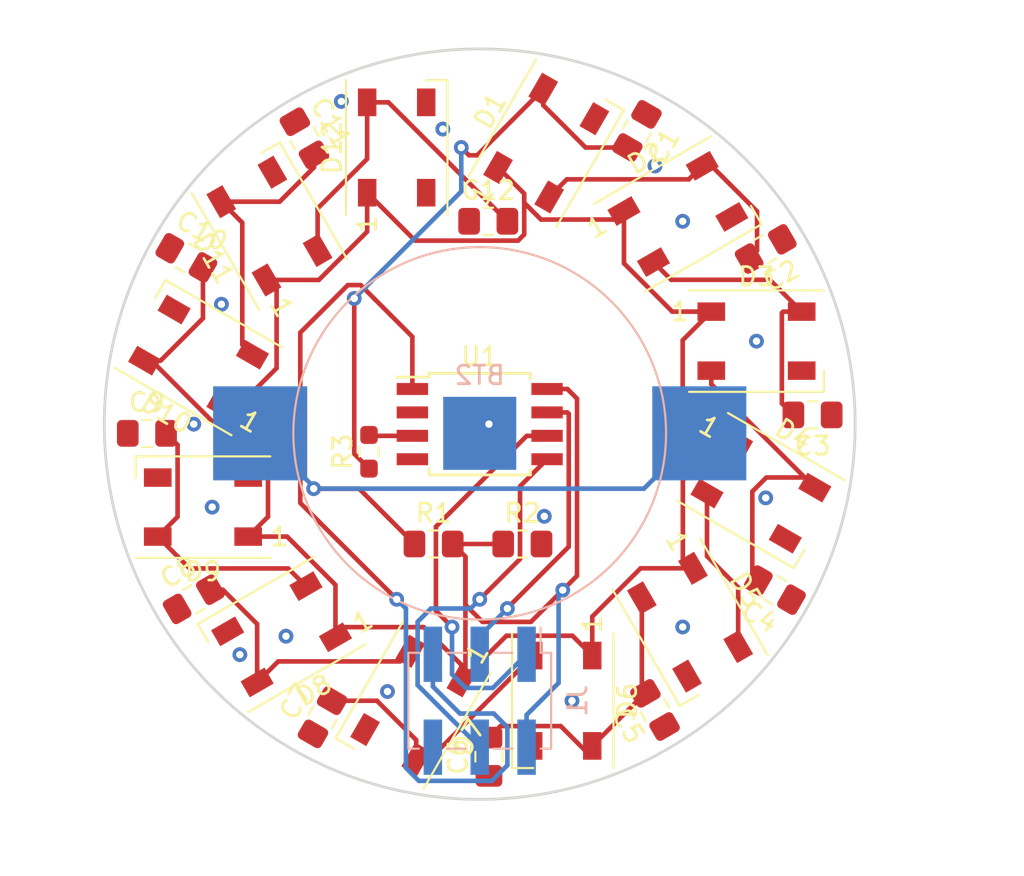
<source format=kicad_pcb>
(kicad_pcb (version 20171130) (host pcbnew "(5.1.9)-1")

  (general
    (thickness 1.6)
    (drawings 4)
    (tracks 205)
    (zones 0)
    (modules 30)
    (nets 23)
  )

  (page A4)
  (layers
    (0 F.Cu signal)
    (31 B.Cu signal)
    (32 B.Adhes user)
    (33 F.Adhes user)
    (34 B.Paste user)
    (35 F.Paste user)
    (36 B.SilkS user)
    (37 F.SilkS user)
    (38 B.Mask user)
    (39 F.Mask user)
    (40 Dwgs.User user)
    (41 Cmts.User user)
    (42 Eco1.User user)
    (43 Eco2.User user)
    (44 Edge.Cuts user)
    (45 Margin user)
    (46 B.CrtYd user)
    (47 F.CrtYd user)
    (48 B.Fab user)
    (49 F.Fab user)
  )

  (setup
    (last_trace_width 0.25)
    (trace_clearance 0.2)
    (zone_clearance 0.508)
    (zone_45_only no)
    (trace_min 0.2)
    (via_size 0.8)
    (via_drill 0.4)
    (via_min_size 0.4)
    (via_min_drill 0.3)
    (uvia_size 0.3)
    (uvia_drill 0.1)
    (uvias_allowed no)
    (uvia_min_size 0.2)
    (uvia_min_drill 0.1)
    (edge_width 0.05)
    (segment_width 0.2)
    (pcb_text_width 0.3)
    (pcb_text_size 1.5 1.5)
    (mod_edge_width 0.12)
    (mod_text_size 1 1)
    (mod_text_width 0.15)
    (pad_size 1.524 1.524)
    (pad_drill 0.762)
    (pad_to_mask_clearance 0)
    (aux_axis_origin 0 0)
    (grid_origin 140 99)
    (visible_elements 7FFFFFFF)
    (pcbplotparams
      (layerselection 0x010fc_ffffffff)
      (usegerberextensions false)
      (usegerberattributes true)
      (usegerberadvancedattributes true)
      (creategerberjobfile true)
      (excludeedgelayer true)
      (linewidth 0.100000)
      (plotframeref false)
      (viasonmask false)
      (mode 1)
      (useauxorigin false)
      (hpglpennumber 1)
      (hpglpenspeed 20)
      (hpglpendiameter 15.000000)
      (psnegative false)
      (psa4output false)
      (plotreference true)
      (plotvalue true)
      (plotinvisibletext false)
      (padsonsilk false)
      (subtractmaskfromsilk false)
      (outputformat 1)
      (mirror false)
      (drillshape 1)
      (scaleselection 1)
      (outputdirectory ""))
  )

  (net 0 "")
  (net 1 +6V)
  (net 2 GND)
  (net 3 +5V)
  (net 4 "Net-(J1-Pad5)")
  (net 5 "Net-(J1-Pad4)")
  (net 6 "Net-(J1-Pad3)")
  (net 7 "Net-(J1-Pad1)")
  (net 8 "Net-(U1-Pad2)")
  (net 9 "Net-(R3-Pad2)")
  (net 10 /DIN)
  (net 11 "Net-(C2-Pad2)")
  (net 12 "Net-(C3-Pad2)")
  (net 13 "Net-(C5-Pad2)")
  (net 14 "Net-(C6-Pad2)")
  (net 15 "Net-(C7-Pad2)")
  (net 16 "Net-(C8-Pad2)")
  (net 17 "Net-(C9-Pad2)")
  (net 18 "Net-(C10-Pad2)")
  (net 19 "Net-(C12-Pad2)")
  (net 20 "Net-(D12-Pad2)")
  (net 21 "Net-(C4-Pad2)")
  (net 22 "Net-(C11-Pad2)")

  (net_class Default "This is the default net class."
    (clearance 0.2)
    (trace_width 0.25)
    (via_dia 0.8)
    (via_drill 0.4)
    (uvia_dia 0.3)
    (uvia_drill 0.1)
    (add_net +5V)
    (add_net +6V)
    (add_net /DIN)
    (add_net GND)
    (add_net "Net-(C10-Pad2)")
    (add_net "Net-(C11-Pad2)")
    (add_net "Net-(C12-Pad2)")
    (add_net "Net-(C2-Pad2)")
    (add_net "Net-(C3-Pad2)")
    (add_net "Net-(C4-Pad2)")
    (add_net "Net-(C5-Pad2)")
    (add_net "Net-(C6-Pad2)")
    (add_net "Net-(C7-Pad2)")
    (add_net "Net-(C8-Pad2)")
    (add_net "Net-(C9-Pad2)")
    (add_net "Net-(D12-Pad2)")
    (add_net "Net-(J1-Pad1)")
    (add_net "Net-(J1-Pad3)")
    (add_net "Net-(J1-Pad4)")
    (add_net "Net-(J1-Pad5)")
    (add_net "Net-(R3-Pad2)")
    (add_net "Net-(U1-Pad2)")
  )

  (module LED_SMD:LED_WS2812B_PLCC4_5.0x5.0mm_P3.2mm (layer F.Cu) (tedit 5AA4B285) (tstamp 61F0A0E5)
    (at 113.602886 69.259619 120)
    (descr https://cdn-shop.adafruit.com/datasheets/WS2812B.pdf)
    (tags "LED RGB NeoPixel")
    (path /61F460D5)
    (attr smd)
    (fp_text reference D11 (at 0 -3.5 120) (layer F.SilkS)
      (effects (font (size 1 1) (thickness 0.15)))
    )
    (fp_text value WS2812B (at 0 4 120) (layer F.Fab)
      (effects (font (size 1 1) (thickness 0.15)))
    )
    (fp_text user %R (at -0.335 -0.036893 120) (layer F.Fab)
      (effects (font (size 0.8 0.8) (thickness 0.15)))
    )
    (fp_text user 1 (at -4.149999 -1.6 120) (layer F.SilkS)
      (effects (font (size 1 1) (thickness 0.15)))
    )
    (fp_line (start 3.45 -2.75) (end -3.45 -2.75) (layer F.CrtYd) (width 0.05))
    (fp_line (start 3.45 2.75) (end 3.45 -2.75) (layer F.CrtYd) (width 0.05))
    (fp_line (start -3.45 2.75) (end 3.45 2.75) (layer F.CrtYd) (width 0.05))
    (fp_line (start -3.45 -2.75) (end -3.45 2.75) (layer F.CrtYd) (width 0.05))
    (fp_line (start 2.5 1.5) (end 1.5 2.5) (layer F.Fab) (width 0.1))
    (fp_line (start -2.5 -2.5) (end -2.5 2.5) (layer F.Fab) (width 0.1))
    (fp_line (start -2.5 2.5) (end 2.5 2.5) (layer F.Fab) (width 0.1))
    (fp_line (start 2.5 2.5) (end 2.5 -2.5) (layer F.Fab) (width 0.1))
    (fp_line (start 2.5 -2.5) (end -2.5 -2.5) (layer F.Fab) (width 0.1))
    (fp_line (start -3.65 -2.75) (end 3.65 -2.75) (layer F.SilkS) (width 0.12))
    (fp_line (start -3.65 2.75) (end 3.65 2.75) (layer F.SilkS) (width 0.12))
    (fp_line (start 3.65 2.75) (end 3.65 1.6) (layer F.SilkS) (width 0.12))
    (fp_circle (center 0 0) (end 0 -2) (layer F.Fab) (width 0.1))
    (pad 1 smd rect (at -2.45 -1.6 120) (size 1.5 1) (layers F.Cu F.Paste F.Mask)
      (net 3 +5V))
    (pad 2 smd rect (at -2.45 1.6 120) (size 1.5 1) (layers F.Cu F.Paste F.Mask)
      (net 19 "Net-(C12-Pad2)"))
    (pad 4 smd rect (at 2.45 -1.6 120) (size 1.5 1) (layers F.Cu F.Paste F.Mask)
      (net 22 "Net-(C11-Pad2)"))
    (pad 3 smd rect (at 2.45 1.6 120) (size 1.5 1) (layers F.Cu F.Paste F.Mask)
      (net 2 GND))
    (model ${KISYS3DMOD}/LED_SMD.3dshapes/LED_WS2812B_PLCC4_5.0x5.0mm_P3.2mm.wrl
      (at (xyz 0 0 0))
      (scale (xyz 1 1 1))
      (rotate (xyz 0 0 0))
    )
  )

  (module earringsV2:3025-2 (layer B.Cu) (tedit 61F1951E) (tstamp 61F179A5)
    (at 125 80.5)
    (path /61EB2AAB)
    (fp_text reference BT2 (at 0 -3.15) (layer B.SilkS)
      (effects (font (size 1 1) (thickness 0.15)) (justify mirror))
    )
    (fp_text value CR2032 (at 0.25 5.6) (layer B.Fab)
      (effects (font (size 1 1) (thickness 0.15)) (justify mirror))
    )
    (fp_circle (center 0 0) (end 0 10.1) (layer B.SilkS) (width 0.12))
    (pad 1 smd rect (at -11.9 0) (size 5.1 5.1) (layers B.Cu B.Paste B.Mask)
      (net 1 +6V))
    (pad 1 smd rect (at 11.9 0) (size 5.1 5.1) (layers B.Cu B.Paste B.Mask)
      (net 1 +6V))
    (pad 2 smd rect (at 0 0 270) (size 3.96 3.96) (layers B.Cu B.Paste B.Mask)
      (net 2 GND))
  )

  (module Connector_PinSocket_2.54mm:PinSocket_2x03_P2.54mm_Vertical_SMD (layer B.Cu) (tedit 5A19A41D) (tstamp 61F17B31)
    (at 125 95 90)
    (descr "surface-mounted straight socket strip, 2x03, 2.54mm pitch, double cols (from Kicad 4.0.7), script generated")
    (tags "Surface mounted socket strip SMD 2x03 2.54mm double row")
    (path /61EBD5A5)
    (attr smd)
    (fp_text reference J1 (at 0 5.31 90) (layer B.SilkS)
      (effects (font (size 1 1) (thickness 0.15)) (justify mirror))
    )
    (fp_text value AVR-ISP-6 (at 0 -5.31 90) (layer B.Fab)
      (effects (font (size 1 1) (thickness 0.15)) (justify mirror))
    )
    (fp_text user %R (at 0 0 180) (layer B.Fab)
      (effects (font (size 1 1) (thickness 0.15)) (justify mirror))
    )
    (fp_line (start -2.6 3.87) (end 2.6 3.87) (layer B.SilkS) (width 0.12))
    (fp_line (start 2.6 3.87) (end 2.6 3.3) (layer B.SilkS) (width 0.12))
    (fp_line (start 2.6 1.78) (end 2.6 0.76) (layer B.SilkS) (width 0.12))
    (fp_line (start 2.6 -0.76) (end 2.6 -1.78) (layer B.SilkS) (width 0.12))
    (fp_line (start 2.6 -3.3) (end 2.6 -3.87) (layer B.SilkS) (width 0.12))
    (fp_line (start -2.6 -3.87) (end 2.6 -3.87) (layer B.SilkS) (width 0.12))
    (fp_line (start -2.6 3.87) (end -2.6 3.3) (layer B.SilkS) (width 0.12))
    (fp_line (start -2.6 1.78) (end -2.6 0.76) (layer B.SilkS) (width 0.12))
    (fp_line (start -2.6 -0.76) (end -2.6 -1.78) (layer B.SilkS) (width 0.12))
    (fp_line (start -2.6 -3.3) (end -2.6 -3.87) (layer B.SilkS) (width 0.12))
    (fp_line (start 2.6 3.3) (end 3.96 3.3) (layer B.SilkS) (width 0.12))
    (fp_line (start -2.54 3.81) (end 1.54 3.81) (layer B.Fab) (width 0.1))
    (fp_line (start 1.54 3.81) (end 2.54 2.81) (layer B.Fab) (width 0.1))
    (fp_line (start 2.54 2.81) (end 2.54 -3.81) (layer B.Fab) (width 0.1))
    (fp_line (start 2.54 -3.81) (end -2.54 -3.81) (layer B.Fab) (width 0.1))
    (fp_line (start -2.54 -3.81) (end -2.54 3.81) (layer B.Fab) (width 0.1))
    (fp_line (start -3.92 2.86) (end -2.54 2.86) (layer B.Fab) (width 0.1))
    (fp_line (start -2.54 2.22) (end -3.92 2.22) (layer B.Fab) (width 0.1))
    (fp_line (start -3.92 2.22) (end -3.92 2.86) (layer B.Fab) (width 0.1))
    (fp_line (start 2.54 2.86) (end 3.92 2.86) (layer B.Fab) (width 0.1))
    (fp_line (start 3.92 2.86) (end 3.92 2.22) (layer B.Fab) (width 0.1))
    (fp_line (start 3.92 2.22) (end 2.54 2.22) (layer B.Fab) (width 0.1))
    (fp_line (start -3.92 0.32) (end -2.54 0.32) (layer B.Fab) (width 0.1))
    (fp_line (start -2.54 -0.32) (end -3.92 -0.32) (layer B.Fab) (width 0.1))
    (fp_line (start -3.92 -0.32) (end -3.92 0.32) (layer B.Fab) (width 0.1))
    (fp_line (start 2.54 0.32) (end 3.92 0.32) (layer B.Fab) (width 0.1))
    (fp_line (start 3.92 0.32) (end 3.92 -0.32) (layer B.Fab) (width 0.1))
    (fp_line (start 3.92 -0.32) (end 2.54 -0.32) (layer B.Fab) (width 0.1))
    (fp_line (start -3.92 -2.22) (end -2.54 -2.22) (layer B.Fab) (width 0.1))
    (fp_line (start -2.54 -2.86) (end -3.92 -2.86) (layer B.Fab) (width 0.1))
    (fp_line (start -3.92 -2.86) (end -3.92 -2.22) (layer B.Fab) (width 0.1))
    (fp_line (start 2.54 -2.22) (end 3.92 -2.22) (layer B.Fab) (width 0.1))
    (fp_line (start 3.92 -2.22) (end 3.92 -2.86) (layer B.Fab) (width 0.1))
    (fp_line (start 3.92 -2.86) (end 2.54 -2.86) (layer B.Fab) (width 0.1))
    (fp_line (start -4.55 4.35) (end 4.5 4.35) (layer B.CrtYd) (width 0.05))
    (fp_line (start 4.5 4.35) (end 4.5 -4.3) (layer B.CrtYd) (width 0.05))
    (fp_line (start 4.5 -4.3) (end -4.55 -4.3) (layer B.CrtYd) (width 0.05))
    (fp_line (start -4.55 -4.3) (end -4.55 4.35) (layer B.CrtYd) (width 0.05))
    (pad 6 smd rect (at -2.52 -2.54 90) (size 3 1) (layers B.Cu B.Paste B.Mask)
      (net 2 GND))
    (pad 5 smd rect (at 2.52 -2.54 90) (size 3 1) (layers B.Cu B.Paste B.Mask)
      (net 4 "Net-(J1-Pad5)"))
    (pad 4 smd rect (at -2.52 0 90) (size 3 1) (layers B.Cu B.Paste B.Mask)
      (net 5 "Net-(J1-Pad4)"))
    (pad 3 smd rect (at 2.52 0 90) (size 3 1) (layers B.Cu B.Paste B.Mask)
      (net 6 "Net-(J1-Pad3)"))
    (pad 2 smd rect (at -2.52 2.54 90) (size 3 1) (layers B.Cu B.Paste B.Mask)
      (net 3 +5V))
    (pad 1 smd rect (at 2.52 2.54 90) (size 3 1) (layers B.Cu B.Paste B.Mask)
      (net 7 "Net-(J1-Pad1)"))
    (model ${KISYS3DMOD}/Connector_PinSocket_2.54mm.3dshapes/PinSocket_2x03_P2.54mm_Vertical_SMD.wrl
      (at (xyz 0 0 0))
      (scale (xyz 1 1 1))
      (rotate (xyz 0 0 0))
    )
  )

  (module Resistor_SMD:R_0603_1608Metric_Pad0.98x0.95mm_HandSolder (layer F.Cu) (tedit 5F68FEEE) (tstamp 61F1FE9D)
    (at 119 81.5 90)
    (descr "Resistor SMD 0603 (1608 Metric), square (rectangular) end terminal, IPC_7351 nominal with elongated pad for handsoldering. (Body size source: IPC-SM-782 page 72, https://www.pcb-3d.com/wordpress/wp-content/uploads/ipc-sm-782a_amendment_1_and_2.pdf), generated with kicad-footprint-generator")
    (tags "resistor handsolder")
    (path /61F1AB7B)
    (attr smd)
    (fp_text reference R3 (at 0 -1.43 90) (layer F.SilkS)
      (effects (font (size 1 1) (thickness 0.15)))
    )
    (fp_text value 300 (at 0 1.43 90) (layer F.Fab)
      (effects (font (size 1 1) (thickness 0.15)))
    )
    (fp_text user %R (at 0 0 90) (layer F.Fab)
      (effects (font (size 0.4 0.4) (thickness 0.06)))
    )
    (fp_line (start -0.8 0.4125) (end -0.8 -0.4125) (layer F.Fab) (width 0.1))
    (fp_line (start -0.8 -0.4125) (end 0.8 -0.4125) (layer F.Fab) (width 0.1))
    (fp_line (start 0.8 -0.4125) (end 0.8 0.4125) (layer F.Fab) (width 0.1))
    (fp_line (start 0.8 0.4125) (end -0.8 0.4125) (layer F.Fab) (width 0.1))
    (fp_line (start -0.254724 -0.5225) (end 0.254724 -0.5225) (layer F.SilkS) (width 0.12))
    (fp_line (start -0.254724 0.5225) (end 0.254724 0.5225) (layer F.SilkS) (width 0.12))
    (fp_line (start -1.65 0.73) (end -1.65 -0.73) (layer F.CrtYd) (width 0.05))
    (fp_line (start -1.65 -0.73) (end 1.65 -0.73) (layer F.CrtYd) (width 0.05))
    (fp_line (start 1.65 -0.73) (end 1.65 0.73) (layer F.CrtYd) (width 0.05))
    (fp_line (start 1.65 0.73) (end -1.65 0.73) (layer F.CrtYd) (width 0.05))
    (pad 2 smd roundrect (at 0.9125 0 90) (size 0.975 0.95) (layers F.Cu F.Paste F.Mask) (roundrect_rratio 0.25)
      (net 9 "Net-(R3-Pad2)"))
    (pad 1 smd roundrect (at -0.9125 0 90) (size 0.975 0.95) (layers F.Cu F.Paste F.Mask) (roundrect_rratio 0.25)
      (net 10 /DIN))
    (model ${KISYS3DMOD}/Resistor_SMD.3dshapes/R_0603_1608Metric.wrl
      (at (xyz 0 0 0))
      (scale (xyz 1 1 1))
      (rotate (xyz 0 0 0))
    )
  )

  (module Capacitor_SMD:C_0805_2012Metric_Pad1.18x1.45mm_HandSolder (layer F.Cu) (tedit 5F68FEEF) (tstamp 61F0A395)
    (at 141 89 150)
    (descr "Capacitor SMD 0805 (2012 Metric), square (rectangular) end terminal, IPC_7351 nominal with elongated pad for handsoldering. (Body size source: IPC-SM-782 page 76, https://www.pcb-3d.com/wordpress/wp-content/uploads/ipc-sm-782a_amendment_1_and_2.pdf, https://docs.google.com/spreadsheets/d/1BsfQQcO9C6DZCsRaXUlFlo91Tg2WpOkGARC1WS5S8t0/edit?usp=sharing), generated with kicad-footprint-generator")
    (tags "capacitor handsolder")
    (path /61F27A8E)
    (attr smd)
    (fp_text reference C4 (at 0 -1.68 150) (layer F.SilkS)
      (effects (font (size 1 1) (thickness 0.15)))
    )
    (fp_text value C_Small (at 0 1.68 150) (layer F.Fab)
      (effects (font (size 1 1) (thickness 0.15)))
    )
    (fp_text user %R (at 0 0 150) (layer F.Fab)
      (effects (font (size 0.5 0.5) (thickness 0.08)))
    )
    (fp_line (start -1 0.625) (end -1 -0.625) (layer F.Fab) (width 0.1))
    (fp_line (start -1 -0.625) (end 1 -0.625) (layer F.Fab) (width 0.1))
    (fp_line (start 1 -0.625) (end 1 0.625) (layer F.Fab) (width 0.1))
    (fp_line (start 1 0.625) (end -1 0.625) (layer F.Fab) (width 0.1))
    (fp_line (start -0.261252 -0.735) (end 0.261252 -0.735) (layer F.SilkS) (width 0.12))
    (fp_line (start -0.261252 0.735) (end 0.261252 0.735) (layer F.SilkS) (width 0.12))
    (fp_line (start -1.88 0.98) (end -1.88 -0.98) (layer F.CrtYd) (width 0.05))
    (fp_line (start -1.88 -0.98) (end 1.88 -0.98) (layer F.CrtYd) (width 0.05))
    (fp_line (start 1.88 -0.98) (end 1.88 0.98) (layer F.CrtYd) (width 0.05))
    (fp_line (start 1.88 0.98) (end -1.88 0.98) (layer F.CrtYd) (width 0.05))
    (pad 2 smd roundrect (at 1.0375 0 150) (size 1.175 1.45) (layers F.Cu F.Paste F.Mask) (roundrect_rratio 0.212766)
      (net 21 "Net-(C4-Pad2)"))
    (pad 1 smd roundrect (at -1.0375 0 150) (size 1.175 1.45) (layers F.Cu F.Paste F.Mask) (roundrect_rratio 0.212766)
      (net 2 GND))
    (model ${KISYS3DMOD}/Capacitor_SMD.3dshapes/C_0805_2012Metric.wrl
      (at (xyz 0 0 0))
      (scale (xyz 1 1 1))
      (rotate (xyz 0 0 0))
    )
  )

  (module Capacitor_SMD:C_0805_2012Metric_Pad1.18x1.45mm_HandSolder (layer F.Cu) (tedit 5F68FEEF) (tstamp 61F0A375)
    (at 134.5 95.5 120)
    (descr "Capacitor SMD 0805 (2012 Metric), square (rectangular) end terminal, IPC_7351 nominal with elongated pad for handsoldering. (Body size source: IPC-SM-782 page 76, https://www.pcb-3d.com/wordpress/wp-content/uploads/ipc-sm-782a_amendment_1_and_2.pdf, https://docs.google.com/spreadsheets/d/1BsfQQcO9C6DZCsRaXUlFlo91Tg2WpOkGARC1WS5S8t0/edit?usp=sharing), generated with kicad-footprint-generator")
    (tags "capacitor handsolder")
    (path /61F2EE9F)
    (attr smd)
    (fp_text reference C5 (at 0 -1.68 120) (layer F.SilkS)
      (effects (font (size 1 1) (thickness 0.15)))
    )
    (fp_text value C_Small (at 0 1.68 120) (layer F.Fab)
      (effects (font (size 1 1) (thickness 0.15)))
    )
    (fp_text user %R (at 0 0 120) (layer F.Fab)
      (effects (font (size 0.5 0.5) (thickness 0.08)))
    )
    (fp_line (start -1 0.625) (end -1 -0.625) (layer F.Fab) (width 0.1))
    (fp_line (start -1 -0.625) (end 1 -0.625) (layer F.Fab) (width 0.1))
    (fp_line (start 1 -0.625) (end 1 0.625) (layer F.Fab) (width 0.1))
    (fp_line (start 1 0.625) (end -1 0.625) (layer F.Fab) (width 0.1))
    (fp_line (start -0.261252 -0.735) (end 0.261252 -0.735) (layer F.SilkS) (width 0.12))
    (fp_line (start -0.261252 0.735) (end 0.261252 0.735) (layer F.SilkS) (width 0.12))
    (fp_line (start -1.88 0.98) (end -1.88 -0.98) (layer F.CrtYd) (width 0.05))
    (fp_line (start -1.88 -0.98) (end 1.88 -0.98) (layer F.CrtYd) (width 0.05))
    (fp_line (start 1.88 -0.98) (end 1.88 0.98) (layer F.CrtYd) (width 0.05))
    (fp_line (start 1.88 0.98) (end -1.88 0.98) (layer F.CrtYd) (width 0.05))
    (pad 2 smd roundrect (at 1.0375 0 120) (size 1.175 1.45) (layers F.Cu F.Paste F.Mask) (roundrect_rratio 0.212766)
      (net 13 "Net-(C5-Pad2)"))
    (pad 1 smd roundrect (at -1.0375 0 120) (size 1.175 1.45) (layers F.Cu F.Paste F.Mask) (roundrect_rratio 0.212766)
      (net 2 GND))
    (model ${KISYS3DMOD}/Capacitor_SMD.3dshapes/C_0805_2012Metric.wrl
      (at (xyz 0 0 0))
      (scale (xyz 1 1 1))
      (rotate (xyz 0 0 0))
    )
  )

  (module Capacitor_SMD:C_0805_2012Metric_Pad1.18x1.45mm_HandSolder (layer F.Cu) (tedit 5F68FEEF) (tstamp 61F0A355)
    (at 125.5 98.0375 90)
    (descr "Capacitor SMD 0805 (2012 Metric), square (rectangular) end terminal, IPC_7351 nominal with elongated pad for handsoldering. (Body size source: IPC-SM-782 page 76, https://www.pcb-3d.com/wordpress/wp-content/uploads/ipc-sm-782a_amendment_1_and_2.pdf, https://docs.google.com/spreadsheets/d/1BsfQQcO9C6DZCsRaXUlFlo91Tg2WpOkGARC1WS5S8t0/edit?usp=sharing), generated with kicad-footprint-generator")
    (tags "capacitor handsolder")
    (path /61F30D72)
    (attr smd)
    (fp_text reference C6 (at 0 -1.68 90) (layer F.SilkS)
      (effects (font (size 1 1) (thickness 0.15)))
    )
    (fp_text value C_Small (at 0 1.68 90) (layer F.Fab)
      (effects (font (size 1 1) (thickness 0.15)))
    )
    (fp_text user %R (at 0 0 90) (layer F.Fab)
      (effects (font (size 0.5 0.5) (thickness 0.08)))
    )
    (fp_line (start -1 0.625) (end -1 -0.625) (layer F.Fab) (width 0.1))
    (fp_line (start -1 -0.625) (end 1 -0.625) (layer F.Fab) (width 0.1))
    (fp_line (start 1 -0.625) (end 1 0.625) (layer F.Fab) (width 0.1))
    (fp_line (start 1 0.625) (end -1 0.625) (layer F.Fab) (width 0.1))
    (fp_line (start -0.261252 -0.735) (end 0.261252 -0.735) (layer F.SilkS) (width 0.12))
    (fp_line (start -0.261252 0.735) (end 0.261252 0.735) (layer F.SilkS) (width 0.12))
    (fp_line (start -1.88 0.98) (end -1.88 -0.98) (layer F.CrtYd) (width 0.05))
    (fp_line (start -1.88 -0.98) (end 1.88 -0.98) (layer F.CrtYd) (width 0.05))
    (fp_line (start 1.88 -0.98) (end 1.88 0.98) (layer F.CrtYd) (width 0.05))
    (fp_line (start 1.88 0.98) (end -1.88 0.98) (layer F.CrtYd) (width 0.05))
    (pad 2 smd roundrect (at 1.0375 0 90) (size 1.175 1.45) (layers F.Cu F.Paste F.Mask) (roundrect_rratio 0.212766)
      (net 14 "Net-(C6-Pad2)"))
    (pad 1 smd roundrect (at -1.0375 0 90) (size 1.175 1.45) (layers F.Cu F.Paste F.Mask) (roundrect_rratio 0.212766)
      (net 2 GND))
    (model ${KISYS3DMOD}/Capacitor_SMD.3dshapes/C_0805_2012Metric.wrl
      (at (xyz 0 0 0))
      (scale (xyz 1 1 1))
      (rotate (xyz 0 0 0))
    )
  )

  (module Capacitor_SMD:C_0805_2012Metric_Pad1.18x1.45mm_HandSolder (layer F.Cu) (tedit 5F68FEEF) (tstamp 61F0A335)
    (at 116.48125 95.898501 60)
    (descr "Capacitor SMD 0805 (2012 Metric), square (rectangular) end terminal, IPC_7351 nominal with elongated pad for handsoldering. (Body size source: IPC-SM-782 page 76, https://www.pcb-3d.com/wordpress/wp-content/uploads/ipc-sm-782a_amendment_1_and_2.pdf, https://docs.google.com/spreadsheets/d/1BsfQQcO9C6DZCsRaXUlFlo91Tg2WpOkGARC1WS5S8t0/edit?usp=sharing), generated with kicad-footprint-generator")
    (tags "capacitor handsolder")
    (path /61F32EE9)
    (attr smd)
    (fp_text reference C7 (at 0 -1.68 60) (layer F.SilkS)
      (effects (font (size 1 1) (thickness 0.15)))
    )
    (fp_text value C_Small (at 0 1.68 60) (layer F.Fab)
      (effects (font (size 1 1) (thickness 0.15)))
    )
    (fp_text user %R (at 0 0 60) (layer F.Fab)
      (effects (font (size 0.5 0.5) (thickness 0.08)))
    )
    (fp_line (start -1 0.625) (end -1 -0.625) (layer F.Fab) (width 0.1))
    (fp_line (start -1 -0.625) (end 1 -0.625) (layer F.Fab) (width 0.1))
    (fp_line (start 1 -0.625) (end 1 0.625) (layer F.Fab) (width 0.1))
    (fp_line (start 1 0.625) (end -1 0.625) (layer F.Fab) (width 0.1))
    (fp_line (start -0.261252 -0.735) (end 0.261252 -0.735) (layer F.SilkS) (width 0.12))
    (fp_line (start -0.261252 0.735) (end 0.261252 0.735) (layer F.SilkS) (width 0.12))
    (fp_line (start -1.88 0.98) (end -1.88 -0.98) (layer F.CrtYd) (width 0.05))
    (fp_line (start -1.88 -0.98) (end 1.88 -0.98) (layer F.CrtYd) (width 0.05))
    (fp_line (start 1.88 -0.98) (end 1.88 0.98) (layer F.CrtYd) (width 0.05))
    (fp_line (start 1.88 0.98) (end -1.88 0.98) (layer F.CrtYd) (width 0.05))
    (pad 2 smd roundrect (at 1.0375 0 60) (size 1.175 1.45) (layers F.Cu F.Paste F.Mask) (roundrect_rratio 0.212766)
      (net 15 "Net-(C7-Pad2)"))
    (pad 1 smd roundrect (at -1.0375 0 60) (size 1.175 1.45) (layers F.Cu F.Paste F.Mask) (roundrect_rratio 0.212766)
      (net 2 GND))
    (model ${KISYS3DMOD}/Capacitor_SMD.3dshapes/C_0805_2012Metric.wrl
      (at (xyz 0 0 0))
      (scale (xyz 1 1 1))
      (rotate (xyz 0 0 0))
    )
  )

  (module Capacitor_SMD:C_0805_2012Metric_Pad1.18x1.45mm_HandSolder (layer F.Cu) (tedit 5F68FEEF) (tstamp 61F0A315)
    (at 109.5 89.5 30)
    (descr "Capacitor SMD 0805 (2012 Metric), square (rectangular) end terminal, IPC_7351 nominal with elongated pad for handsoldering. (Body size source: IPC-SM-782 page 76, https://www.pcb-3d.com/wordpress/wp-content/uploads/ipc-sm-782a_amendment_1_and_2.pdf, https://docs.google.com/spreadsheets/d/1BsfQQcO9C6DZCsRaXUlFlo91Tg2WpOkGARC1WS5S8t0/edit?usp=sharing), generated with kicad-footprint-generator")
    (tags "capacitor handsolder")
    (path /61F352F8)
    (attr smd)
    (fp_text reference C8 (at 0 -1.68 30) (layer F.SilkS)
      (effects (font (size 1 1) (thickness 0.15)))
    )
    (fp_text value C_Small (at 0 1.68 30) (layer F.Fab)
      (effects (font (size 1 1) (thickness 0.15)))
    )
    (fp_text user %R (at 0 0 30) (layer F.Fab)
      (effects (font (size 0.5 0.5) (thickness 0.08)))
    )
    (fp_line (start -1 0.625) (end -1 -0.625) (layer F.Fab) (width 0.1))
    (fp_line (start -1 -0.625) (end 1 -0.625) (layer F.Fab) (width 0.1))
    (fp_line (start 1 -0.625) (end 1 0.625) (layer F.Fab) (width 0.1))
    (fp_line (start 1 0.625) (end -1 0.625) (layer F.Fab) (width 0.1))
    (fp_line (start -0.261252 -0.735) (end 0.261252 -0.735) (layer F.SilkS) (width 0.12))
    (fp_line (start -0.261252 0.735) (end 0.261252 0.735) (layer F.SilkS) (width 0.12))
    (fp_line (start -1.88 0.98) (end -1.88 -0.98) (layer F.CrtYd) (width 0.05))
    (fp_line (start -1.88 -0.98) (end 1.88 -0.98) (layer F.CrtYd) (width 0.05))
    (fp_line (start 1.88 -0.98) (end 1.88 0.98) (layer F.CrtYd) (width 0.05))
    (fp_line (start 1.88 0.98) (end -1.88 0.98) (layer F.CrtYd) (width 0.05))
    (pad 2 smd roundrect (at 1.0375 0 30) (size 1.175 1.45) (layers F.Cu F.Paste F.Mask) (roundrect_rratio 0.212766)
      (net 16 "Net-(C8-Pad2)"))
    (pad 1 smd roundrect (at -1.0375 0 30) (size 1.175 1.45) (layers F.Cu F.Paste F.Mask) (roundrect_rratio 0.212766)
      (net 2 GND))
    (model ${KISYS3DMOD}/Capacitor_SMD.3dshapes/C_0805_2012Metric.wrl
      (at (xyz 0 0 0))
      (scale (xyz 1 1 1))
      (rotate (xyz 0 0 0))
    )
  )

  (module Capacitor_SMD:C_0805_2012Metric_Pad1.18x1.45mm_HandSolder (layer F.Cu) (tedit 5F68FEEF) (tstamp 61F0A2F5)
    (at 106.9625 80.5)
    (descr "Capacitor SMD 0805 (2012 Metric), square (rectangular) end terminal, IPC_7351 nominal with elongated pad for handsoldering. (Body size source: IPC-SM-782 page 76, https://www.pcb-3d.com/wordpress/wp-content/uploads/ipc-sm-782a_amendment_1_and_2.pdf, https://docs.google.com/spreadsheets/d/1BsfQQcO9C6DZCsRaXUlFlo91Tg2WpOkGARC1WS5S8t0/edit?usp=sharing), generated with kicad-footprint-generator")
    (tags "capacitor handsolder")
    (path /61F460AB)
    (attr smd)
    (fp_text reference C9 (at 0 -1.68) (layer F.SilkS)
      (effects (font (size 1 1) (thickness 0.15)))
    )
    (fp_text value C_Small (at 0 1.68) (layer F.Fab)
      (effects (font (size 1 1) (thickness 0.15)))
    )
    (fp_text user %R (at 0 0) (layer F.Fab)
      (effects (font (size 0.5 0.5) (thickness 0.08)))
    )
    (fp_line (start -1 0.625) (end -1 -0.625) (layer F.Fab) (width 0.1))
    (fp_line (start -1 -0.625) (end 1 -0.625) (layer F.Fab) (width 0.1))
    (fp_line (start 1 -0.625) (end 1 0.625) (layer F.Fab) (width 0.1))
    (fp_line (start 1 0.625) (end -1 0.625) (layer F.Fab) (width 0.1))
    (fp_line (start -0.261252 -0.735) (end 0.261252 -0.735) (layer F.SilkS) (width 0.12))
    (fp_line (start -0.261252 0.735) (end 0.261252 0.735) (layer F.SilkS) (width 0.12))
    (fp_line (start -1.88 0.98) (end -1.88 -0.98) (layer F.CrtYd) (width 0.05))
    (fp_line (start -1.88 -0.98) (end 1.88 -0.98) (layer F.CrtYd) (width 0.05))
    (fp_line (start 1.88 -0.98) (end 1.88 0.98) (layer F.CrtYd) (width 0.05))
    (fp_line (start 1.88 0.98) (end -1.88 0.98) (layer F.CrtYd) (width 0.05))
    (pad 2 smd roundrect (at 1.0375 0) (size 1.175 1.45) (layers F.Cu F.Paste F.Mask) (roundrect_rratio 0.212766)
      (net 17 "Net-(C9-Pad2)"))
    (pad 1 smd roundrect (at -1.0375 0) (size 1.175 1.45) (layers F.Cu F.Paste F.Mask) (roundrect_rratio 0.212766)
      (net 2 GND))
    (model ${KISYS3DMOD}/Capacitor_SMD.3dshapes/C_0805_2012Metric.wrl
      (at (xyz 0 0 0))
      (scale (xyz 1 1 1))
      (rotate (xyz 0 0 0))
    )
  )

  (module Capacitor_SMD:C_0805_2012Metric_Pad1.18x1.45mm_HandSolder (layer F.Cu) (tedit 5F68FEEF) (tstamp 61F0A2D5)
    (at 109.101499 70.98125 330)
    (descr "Capacitor SMD 0805 (2012 Metric), square (rectangular) end terminal, IPC_7351 nominal with elongated pad for handsoldering. (Body size source: IPC-SM-782 page 76, https://www.pcb-3d.com/wordpress/wp-content/uploads/ipc-sm-782a_amendment_1_and_2.pdf, https://docs.google.com/spreadsheets/d/1BsfQQcO9C6DZCsRaXUlFlo91Tg2WpOkGARC1WS5S8t0/edit?usp=sharing), generated with kicad-footprint-generator")
    (tags "capacitor handsolder")
    (path /61F460C9)
    (attr smd)
    (fp_text reference C10 (at 0 -1.68 150) (layer F.SilkS)
      (effects (font (size 1 1) (thickness 0.15)))
    )
    (fp_text value C_Small (at 0 1.68 150) (layer F.Fab)
      (effects (font (size 1 1) (thickness 0.15)))
    )
    (fp_text user %R (at 0 0 150) (layer F.Fab)
      (effects (font (size 0.5 0.5) (thickness 0.08)))
    )
    (fp_line (start -1 0.625) (end -1 -0.625) (layer F.Fab) (width 0.1))
    (fp_line (start -1 -0.625) (end 1 -0.625) (layer F.Fab) (width 0.1))
    (fp_line (start 1 -0.625) (end 1 0.625) (layer F.Fab) (width 0.1))
    (fp_line (start 1 0.625) (end -1 0.625) (layer F.Fab) (width 0.1))
    (fp_line (start -0.261252 -0.735) (end 0.261252 -0.735) (layer F.SilkS) (width 0.12))
    (fp_line (start -0.261252 0.735) (end 0.261252 0.735) (layer F.SilkS) (width 0.12))
    (fp_line (start -1.88 0.98) (end -1.88 -0.98) (layer F.CrtYd) (width 0.05))
    (fp_line (start -1.88 -0.98) (end 1.88 -0.98) (layer F.CrtYd) (width 0.05))
    (fp_line (start 1.88 -0.98) (end 1.88 0.98) (layer F.CrtYd) (width 0.05))
    (fp_line (start 1.88 0.98) (end -1.88 0.98) (layer F.CrtYd) (width 0.05))
    (pad 2 smd roundrect (at 1.0375 0 330) (size 1.175 1.45) (layers F.Cu F.Paste F.Mask) (roundrect_rratio 0.212766)
      (net 18 "Net-(C10-Pad2)"))
    (pad 1 smd roundrect (at -1.0375 0 330) (size 1.175 1.45) (layers F.Cu F.Paste F.Mask) (roundrect_rratio 0.212766)
      (net 2 GND))
    (model ${KISYS3DMOD}/Capacitor_SMD.3dshapes/C_0805_2012Metric.wrl
      (at (xyz 0 0 0))
      (scale (xyz 1 1 1))
      (rotate (xyz 0 0 0))
    )
  )

  (module Capacitor_SMD:C_0805_2012Metric_Pad1.18x1.45mm_HandSolder (layer F.Cu) (tedit 5F68FEEF) (tstamp 61F0A2B5)
    (at 115.5 64.5 300)
    (descr "Capacitor SMD 0805 (2012 Metric), square (rectangular) end terminal, IPC_7351 nominal with elongated pad for handsoldering. (Body size source: IPC-SM-782 page 76, https://www.pcb-3d.com/wordpress/wp-content/uploads/ipc-sm-782a_amendment_1_and_2.pdf, https://docs.google.com/spreadsheets/d/1BsfQQcO9C6DZCsRaXUlFlo91Tg2WpOkGARC1WS5S8t0/edit?usp=sharing), generated with kicad-footprint-generator")
    (tags "capacitor handsolder")
    (path /61F460E7)
    (attr smd)
    (fp_text reference C11 (at 0 -1.68 120) (layer F.SilkS)
      (effects (font (size 1 1) (thickness 0.15)))
    )
    (fp_text value C_Small (at 0 1.68 120) (layer F.Fab)
      (effects (font (size 1 1) (thickness 0.15)))
    )
    (fp_text user %R (at 0 0 120) (layer F.Fab)
      (effects (font (size 0.5 0.5) (thickness 0.08)))
    )
    (fp_line (start -1 0.625) (end -1 -0.625) (layer F.Fab) (width 0.1))
    (fp_line (start -1 -0.625) (end 1 -0.625) (layer F.Fab) (width 0.1))
    (fp_line (start 1 -0.625) (end 1 0.625) (layer F.Fab) (width 0.1))
    (fp_line (start 1 0.625) (end -1 0.625) (layer F.Fab) (width 0.1))
    (fp_line (start -0.261252 -0.735) (end 0.261252 -0.735) (layer F.SilkS) (width 0.12))
    (fp_line (start -0.261252 0.735) (end 0.261252 0.735) (layer F.SilkS) (width 0.12))
    (fp_line (start -1.88 0.98) (end -1.88 -0.98) (layer F.CrtYd) (width 0.05))
    (fp_line (start -1.88 -0.98) (end 1.88 -0.98) (layer F.CrtYd) (width 0.05))
    (fp_line (start 1.88 -0.98) (end 1.88 0.98) (layer F.CrtYd) (width 0.05))
    (fp_line (start 1.88 0.98) (end -1.88 0.98) (layer F.CrtYd) (width 0.05))
    (pad 2 smd roundrect (at 1.0375 0 300) (size 1.175 1.45) (layers F.Cu F.Paste F.Mask) (roundrect_rratio 0.212766)
      (net 22 "Net-(C11-Pad2)"))
    (pad 1 smd roundrect (at -1.0375 0 300) (size 1.175 1.45) (layers F.Cu F.Paste F.Mask) (roundrect_rratio 0.212766)
      (net 2 GND))
    (model ${KISYS3DMOD}/Capacitor_SMD.3dshapes/C_0805_2012Metric.wrl
      (at (xyz 0 0 0))
      (scale (xyz 1 1 1))
      (rotate (xyz 0 0 0))
    )
  )

  (module Capacitor_SMD:C_0805_2012Metric_Pad1.18x1.45mm_HandSolder (layer F.Cu) (tedit 5F68FEEF) (tstamp 61F0A295)
    (at 125.4625 69)
    (descr "Capacitor SMD 0805 (2012 Metric), square (rectangular) end terminal, IPC_7351 nominal with elongated pad for handsoldering. (Body size source: IPC-SM-782 page 76, https://www.pcb-3d.com/wordpress/wp-content/uploads/ipc-sm-782a_amendment_1_and_2.pdf, https://docs.google.com/spreadsheets/d/1BsfQQcO9C6DZCsRaXUlFlo91Tg2WpOkGARC1WS5S8t0/edit?usp=sharing), generated with kicad-footprint-generator")
    (tags "capacitor handsolder")
    (path /61F46105)
    (attr smd)
    (fp_text reference C12 (at 0 -1.68) (layer F.SilkS)
      (effects (font (size 1 1) (thickness 0.15)))
    )
    (fp_text value C_Small (at 0 1.68) (layer F.Fab)
      (effects (font (size 1 1) (thickness 0.15)))
    )
    (fp_text user %R (at 0 0) (layer F.Fab)
      (effects (font (size 0.5 0.5) (thickness 0.08)))
    )
    (fp_line (start -1 0.625) (end -1 -0.625) (layer F.Fab) (width 0.1))
    (fp_line (start -1 -0.625) (end 1 -0.625) (layer F.Fab) (width 0.1))
    (fp_line (start 1 -0.625) (end 1 0.625) (layer F.Fab) (width 0.1))
    (fp_line (start 1 0.625) (end -1 0.625) (layer F.Fab) (width 0.1))
    (fp_line (start -0.261252 -0.735) (end 0.261252 -0.735) (layer F.SilkS) (width 0.12))
    (fp_line (start -0.261252 0.735) (end 0.261252 0.735) (layer F.SilkS) (width 0.12))
    (fp_line (start -1.88 0.98) (end -1.88 -0.98) (layer F.CrtYd) (width 0.05))
    (fp_line (start -1.88 -0.98) (end 1.88 -0.98) (layer F.CrtYd) (width 0.05))
    (fp_line (start 1.88 -0.98) (end 1.88 0.98) (layer F.CrtYd) (width 0.05))
    (fp_line (start 1.88 0.98) (end -1.88 0.98) (layer F.CrtYd) (width 0.05))
    (pad 2 smd roundrect (at 1.0375 0) (size 1.175 1.45) (layers F.Cu F.Paste F.Mask) (roundrect_rratio 0.212766)
      (net 19 "Net-(C12-Pad2)"))
    (pad 1 smd roundrect (at -1.0375 0) (size 1.175 1.45) (layers F.Cu F.Paste F.Mask) (roundrect_rratio 0.212766)
      (net 2 GND))
    (model ${KISYS3DMOD}/Capacitor_SMD.3dshapes/C_0805_2012Metric.wrl
      (at (xyz 0 0 0))
      (scale (xyz 1 1 1))
      (rotate (xyz 0 0 0))
    )
  )

  (module Capacitor_SMD:C_0805_2012Metric_Pad1.18x1.45mm_HandSolder (layer F.Cu) (tedit 5F68FEEF) (tstamp 61F0A275)
    (at 133.51875 64.101499 240)
    (descr "Capacitor SMD 0805 (2012 Metric), square (rectangular) end terminal, IPC_7351 nominal with elongated pad for handsoldering. (Body size source: IPC-SM-782 page 76, https://www.pcb-3d.com/wordpress/wp-content/uploads/ipc-sm-782a_amendment_1_and_2.pdf, https://docs.google.com/spreadsheets/d/1BsfQQcO9C6DZCsRaXUlFlo91Tg2WpOkGARC1WS5S8t0/edit?usp=sharing), generated with kicad-footprint-generator")
    (tags "capacitor handsolder")
    (path /61ECD83E)
    (attr smd)
    (fp_text reference C1 (at 0 -1.68 60) (layer F.SilkS)
      (effects (font (size 1 1) (thickness 0.15)))
    )
    (fp_text value C_Small (at 0 1.68 60) (layer F.Fab)
      (effects (font (size 1 1) (thickness 0.15)))
    )
    (fp_text user %R (at 0 0 60) (layer F.Fab)
      (effects (font (size 0.5 0.5) (thickness 0.08)))
    )
    (fp_line (start -1 0.625) (end -1 -0.625) (layer F.Fab) (width 0.1))
    (fp_line (start -1 -0.625) (end 1 -0.625) (layer F.Fab) (width 0.1))
    (fp_line (start 1 -0.625) (end 1 0.625) (layer F.Fab) (width 0.1))
    (fp_line (start 1 0.625) (end -1 0.625) (layer F.Fab) (width 0.1))
    (fp_line (start -0.261252 -0.735) (end 0.261252 -0.735) (layer F.SilkS) (width 0.12))
    (fp_line (start -0.261252 0.735) (end 0.261252 0.735) (layer F.SilkS) (width 0.12))
    (fp_line (start -1.88 0.98) (end -1.88 -0.98) (layer F.CrtYd) (width 0.05))
    (fp_line (start -1.88 -0.98) (end 1.88 -0.98) (layer F.CrtYd) (width 0.05))
    (fp_line (start 1.88 -0.98) (end 1.88 0.98) (layer F.CrtYd) (width 0.05))
    (fp_line (start 1.88 0.98) (end -1.88 0.98) (layer F.CrtYd) (width 0.05))
    (pad 2 smd roundrect (at 1.0375 0 240) (size 1.175 1.45) (layers F.Cu F.Paste F.Mask) (roundrect_rratio 0.212766)
      (net 10 /DIN))
    (pad 1 smd roundrect (at -1.0375 0 240) (size 1.175 1.45) (layers F.Cu F.Paste F.Mask) (roundrect_rratio 0.212766)
      (net 2 GND))
    (model ${KISYS3DMOD}/Capacitor_SMD.3dshapes/C_0805_2012Metric.wrl
      (at (xyz 0 0 0))
      (scale (xyz 1 1 1))
      (rotate (xyz 0 0 0))
    )
  )

  (module Capacitor_SMD:C_0805_2012Metric_Pad1.18x1.45mm_HandSolder (layer F.Cu) (tedit 5F68FEEF) (tstamp 61F0A255)
    (at 140.5 70.5 210)
    (descr "Capacitor SMD 0805 (2012 Metric), square (rectangular) end terminal, IPC_7351 nominal with elongated pad for handsoldering. (Body size source: IPC-SM-782 page 76, https://www.pcb-3d.com/wordpress/wp-content/uploads/ipc-sm-782a_amendment_1_and_2.pdf, https://docs.google.com/spreadsheets/d/1BsfQQcO9C6DZCsRaXUlFlo91Tg2WpOkGARC1WS5S8t0/edit?usp=sharing), generated with kicad-footprint-generator")
    (tags "capacitor handsolder")
    (path /61F21DE0)
    (attr smd)
    (fp_text reference C2 (at 0 -1.68 30) (layer F.SilkS)
      (effects (font (size 1 1) (thickness 0.15)))
    )
    (fp_text value C_Small (at 0 1.68 30) (layer F.Fab)
      (effects (font (size 1 1) (thickness 0.15)))
    )
    (fp_text user %R (at 0 0 30) (layer F.Fab)
      (effects (font (size 0.5 0.5) (thickness 0.08)))
    )
    (fp_line (start -1 0.625) (end -1 -0.625) (layer F.Fab) (width 0.1))
    (fp_line (start -1 -0.625) (end 1 -0.625) (layer F.Fab) (width 0.1))
    (fp_line (start 1 -0.625) (end 1 0.625) (layer F.Fab) (width 0.1))
    (fp_line (start 1 0.625) (end -1 0.625) (layer F.Fab) (width 0.1))
    (fp_line (start -0.261252 -0.735) (end 0.261252 -0.735) (layer F.SilkS) (width 0.12))
    (fp_line (start -0.261252 0.735) (end 0.261252 0.735) (layer F.SilkS) (width 0.12))
    (fp_line (start -1.88 0.98) (end -1.88 -0.98) (layer F.CrtYd) (width 0.05))
    (fp_line (start -1.88 -0.98) (end 1.88 -0.98) (layer F.CrtYd) (width 0.05))
    (fp_line (start 1.88 -0.98) (end 1.88 0.98) (layer F.CrtYd) (width 0.05))
    (fp_line (start 1.88 0.98) (end -1.88 0.98) (layer F.CrtYd) (width 0.05))
    (pad 2 smd roundrect (at 1.0375 0 210) (size 1.175 1.45) (layers F.Cu F.Paste F.Mask) (roundrect_rratio 0.212766)
      (net 11 "Net-(C2-Pad2)"))
    (pad 1 smd roundrect (at -1.0375 0 210) (size 1.175 1.45) (layers F.Cu F.Paste F.Mask) (roundrect_rratio 0.212766)
      (net 2 GND))
    (model ${KISYS3DMOD}/Capacitor_SMD.3dshapes/C_0805_2012Metric.wrl
      (at (xyz 0 0 0))
      (scale (xyz 1 1 1))
      (rotate (xyz 0 0 0))
    )
  )

  (module LED_SMD:LED_WS2812B_PLCC4_5.0x5.0mm_P3.2mm (layer F.Cu) (tedit 5AA4B285) (tstamp 61F0A219)
    (at 140.240381 83.602886 330)
    (descr https://cdn-shop.adafruit.com/datasheets/WS2812B.pdf)
    (tags "LED RGB NeoPixel")
    (path /61F27A7C)
    (attr smd)
    (fp_text reference D4 (at 0 -3.5 150) (layer F.SilkS)
      (effects (font (size 1 1) (thickness 0.15)))
    )
    (fp_text value WS2812B (at 0 4 150) (layer F.Fab)
      (effects (font (size 1 1) (thickness 0.15)))
    )
    (fp_text user %R (at -0.335 -0.036893 150) (layer F.Fab)
      (effects (font (size 0.8 0.8) (thickness 0.15)))
    )
    (fp_text user 1 (at -4.15 -1.600001 150) (layer F.SilkS)
      (effects (font (size 1 1) (thickness 0.15)))
    )
    (fp_line (start 3.45 -2.75) (end -3.45 -2.75) (layer F.CrtYd) (width 0.05))
    (fp_line (start 3.45 2.75) (end 3.45 -2.75) (layer F.CrtYd) (width 0.05))
    (fp_line (start -3.45 2.75) (end 3.45 2.75) (layer F.CrtYd) (width 0.05))
    (fp_line (start -3.45 -2.75) (end -3.45 2.75) (layer F.CrtYd) (width 0.05))
    (fp_line (start 2.5 1.5) (end 1.5 2.5) (layer F.Fab) (width 0.1))
    (fp_line (start -2.5 -2.5) (end -2.5 2.5) (layer F.Fab) (width 0.1))
    (fp_line (start -2.5 2.5) (end 2.5 2.5) (layer F.Fab) (width 0.1))
    (fp_line (start 2.5 2.5) (end 2.5 -2.5) (layer F.Fab) (width 0.1))
    (fp_line (start 2.5 -2.5) (end -2.5 -2.5) (layer F.Fab) (width 0.1))
    (fp_line (start -3.65 -2.75) (end 3.65 -2.75) (layer F.SilkS) (width 0.12))
    (fp_line (start -3.65 2.75) (end 3.65 2.75) (layer F.SilkS) (width 0.12))
    (fp_line (start 3.65 2.75) (end 3.65 1.6) (layer F.SilkS) (width 0.12))
    (fp_circle (center 0 0) (end 0 -2) (layer F.Fab) (width 0.1))
    (pad 1 smd rect (at -2.45 -1.6 330) (size 1.5 1) (layers F.Cu F.Paste F.Mask)
      (net 3 +5V))
    (pad 2 smd rect (at -2.45 1.6 330) (size 1.5 1) (layers F.Cu F.Paste F.Mask)
      (net 13 "Net-(C5-Pad2)"))
    (pad 4 smd rect (at 2.45 -1.6 330) (size 1.5 1) (layers F.Cu F.Paste F.Mask)
      (net 21 "Net-(C4-Pad2)"))
    (pad 3 smd rect (at 2.45 1.6 330) (size 1.5 1) (layers F.Cu F.Paste F.Mask)
      (net 2 GND))
    (model ${KISYS3DMOD}/LED_SMD.3dshapes/LED_WS2812B_PLCC4_5.0x5.0mm_P3.2mm.wrl
      (at (xyz 0 0 0))
      (scale (xyz 1 1 1))
      (rotate (xyz 0 0 0))
    )
  )

  (module LED_SMD:LED_WS2812B_PLCC4_5.0x5.0mm_P3.2mm (layer F.Cu) (tedit 5AA4B285) (tstamp 61F0A1ED)
    (at 136.397114 90.740381 300)
    (descr https://cdn-shop.adafruit.com/datasheets/WS2812B.pdf)
    (tags "LED RGB NeoPixel")
    (path /61F2EE8D)
    (attr smd)
    (fp_text reference D5 (at 0 -3.5 120) (layer F.SilkS)
      (effects (font (size 1 1) (thickness 0.15)))
    )
    (fp_text value WS2812B (at 0 4 120) (layer F.Fab)
      (effects (font (size 1 1) (thickness 0.15)))
    )
    (fp_text user %R (at -0.335 -0.036893 120) (layer F.Fab)
      (effects (font (size 0.8 0.8) (thickness 0.15)))
    )
    (fp_text user 1 (at -4.149999 -1.6 120) (layer F.SilkS)
      (effects (font (size 1 1) (thickness 0.15)))
    )
    (fp_line (start 3.45 -2.75) (end -3.45 -2.75) (layer F.CrtYd) (width 0.05))
    (fp_line (start 3.45 2.75) (end 3.45 -2.75) (layer F.CrtYd) (width 0.05))
    (fp_line (start -3.45 2.75) (end 3.45 2.75) (layer F.CrtYd) (width 0.05))
    (fp_line (start -3.45 -2.75) (end -3.45 2.75) (layer F.CrtYd) (width 0.05))
    (fp_line (start 2.5 1.5) (end 1.5 2.5) (layer F.Fab) (width 0.1))
    (fp_line (start -2.5 -2.5) (end -2.5 2.5) (layer F.Fab) (width 0.1))
    (fp_line (start -2.5 2.5) (end 2.5 2.5) (layer F.Fab) (width 0.1))
    (fp_line (start 2.5 2.5) (end 2.5 -2.5) (layer F.Fab) (width 0.1))
    (fp_line (start 2.5 -2.5) (end -2.5 -2.5) (layer F.Fab) (width 0.1))
    (fp_line (start -3.65 -2.75) (end 3.65 -2.75) (layer F.SilkS) (width 0.12))
    (fp_line (start -3.65 2.75) (end 3.65 2.75) (layer F.SilkS) (width 0.12))
    (fp_line (start 3.65 2.75) (end 3.65 1.6) (layer F.SilkS) (width 0.12))
    (fp_circle (center 0 0) (end 0 -2) (layer F.Fab) (width 0.1))
    (pad 1 smd rect (at -2.45 -1.6 300) (size 1.5 1) (layers F.Cu F.Paste F.Mask)
      (net 3 +5V))
    (pad 2 smd rect (at -2.45 1.6 300) (size 1.5 1) (layers F.Cu F.Paste F.Mask)
      (net 14 "Net-(C6-Pad2)"))
    (pad 4 smd rect (at 2.45 -1.6 300) (size 1.5 1) (layers F.Cu F.Paste F.Mask)
      (net 13 "Net-(C5-Pad2)"))
    (pad 3 smd rect (at 2.45 1.6 300) (size 1.5 1) (layers F.Cu F.Paste F.Mask)
      (net 2 GND))
    (model ${KISYS3DMOD}/LED_SMD.3dshapes/LED_WS2812B_PLCC4_5.0x5.0mm_P3.2mm.wrl
      (at (xyz 0 0 0))
      (scale (xyz 1 1 1))
      (rotate (xyz 0 0 0))
    )
  )

  (module LED_SMD:LED_WS2812B_PLCC4_5.0x5.0mm_P3.2mm (layer F.Cu) (tedit 5AA4B285) (tstamp 61F0A1C1)
    (at 129.5 95 270)
    (descr https://cdn-shop.adafruit.com/datasheets/WS2812B.pdf)
    (tags "LED RGB NeoPixel")
    (path /61F30D60)
    (attr smd)
    (fp_text reference D6 (at 0 -3.5 90) (layer F.SilkS)
      (effects (font (size 1 1) (thickness 0.15)))
    )
    (fp_text value WS2812B (at 0 4 90) (layer F.Fab)
      (effects (font (size 1 1) (thickness 0.15)))
    )
    (fp_text user %R (at -0.335 -0.036893 90) (layer F.Fab)
      (effects (font (size 0.8 0.8) (thickness 0.15)))
    )
    (fp_text user 1 (at -4.15 -1.6 90) (layer F.SilkS)
      (effects (font (size 1 1) (thickness 0.15)))
    )
    (fp_line (start 3.45 -2.75) (end -3.45 -2.75) (layer F.CrtYd) (width 0.05))
    (fp_line (start 3.45 2.75) (end 3.45 -2.75) (layer F.CrtYd) (width 0.05))
    (fp_line (start -3.45 2.75) (end 3.45 2.75) (layer F.CrtYd) (width 0.05))
    (fp_line (start -3.45 -2.75) (end -3.45 2.75) (layer F.CrtYd) (width 0.05))
    (fp_line (start 2.5 1.5) (end 1.5 2.5) (layer F.Fab) (width 0.1))
    (fp_line (start -2.5 -2.5) (end -2.5 2.5) (layer F.Fab) (width 0.1))
    (fp_line (start -2.5 2.5) (end 2.5 2.5) (layer F.Fab) (width 0.1))
    (fp_line (start 2.5 2.5) (end 2.5 -2.5) (layer F.Fab) (width 0.1))
    (fp_line (start 2.5 -2.5) (end -2.5 -2.5) (layer F.Fab) (width 0.1))
    (fp_line (start -3.65 -2.75) (end 3.65 -2.75) (layer F.SilkS) (width 0.12))
    (fp_line (start -3.65 2.75) (end 3.65 2.75) (layer F.SilkS) (width 0.12))
    (fp_line (start 3.65 2.75) (end 3.65 1.6) (layer F.SilkS) (width 0.12))
    (fp_circle (center 0 0) (end 0 -2) (layer F.Fab) (width 0.1))
    (pad 1 smd rect (at -2.45 -1.6 270) (size 1.5 1) (layers F.Cu F.Paste F.Mask)
      (net 3 +5V))
    (pad 2 smd rect (at -2.45 1.6 270) (size 1.5 1) (layers F.Cu F.Paste F.Mask)
      (net 15 "Net-(C7-Pad2)"))
    (pad 4 smd rect (at 2.45 -1.6 270) (size 1.5 1) (layers F.Cu F.Paste F.Mask)
      (net 14 "Net-(C6-Pad2)"))
    (pad 3 smd rect (at 2.45 1.6 270) (size 1.5 1) (layers F.Cu F.Paste F.Mask)
      (net 2 GND))
    (model ${KISYS3DMOD}/LED_SMD.3dshapes/LED_WS2812B_PLCC4_5.0x5.0mm_P3.2mm.wrl
      (at (xyz 0 0 0))
      (scale (xyz 1 1 1))
      (rotate (xyz 0 0 0))
    )
  )

  (module LED_SMD:LED_WS2812B_PLCC4_5.0x5.0mm_P3.2mm (layer F.Cu) (tedit 5AA4B285) (tstamp 61F0A195)
    (at 121.397114 95.240381 240)
    (descr https://cdn-shop.adafruit.com/datasheets/WS2812B.pdf)
    (tags "LED RGB NeoPixel")
    (path /61F32ED7)
    (attr smd)
    (fp_text reference D7 (at 0 -3.5 60) (layer F.SilkS)
      (effects (font (size 1 1) (thickness 0.15)))
    )
    (fp_text value WS2812B (at 0 4 60) (layer F.Fab)
      (effects (font (size 1 1) (thickness 0.15)))
    )
    (fp_text user %R (at -0.335 -0.036893 60) (layer F.Fab)
      (effects (font (size 0.8 0.8) (thickness 0.15)))
    )
    (fp_text user 1 (at -4.15 -1.600001 60) (layer F.SilkS)
      (effects (font (size 1 1) (thickness 0.15)))
    )
    (fp_line (start 3.45 -2.75) (end -3.45 -2.75) (layer F.CrtYd) (width 0.05))
    (fp_line (start 3.45 2.75) (end 3.45 -2.75) (layer F.CrtYd) (width 0.05))
    (fp_line (start -3.45 2.75) (end 3.45 2.75) (layer F.CrtYd) (width 0.05))
    (fp_line (start -3.45 -2.75) (end -3.45 2.75) (layer F.CrtYd) (width 0.05))
    (fp_line (start 2.5 1.5) (end 1.5 2.5) (layer F.Fab) (width 0.1))
    (fp_line (start -2.5 -2.5) (end -2.5 2.5) (layer F.Fab) (width 0.1))
    (fp_line (start -2.5 2.5) (end 2.5 2.5) (layer F.Fab) (width 0.1))
    (fp_line (start 2.5 2.5) (end 2.5 -2.5) (layer F.Fab) (width 0.1))
    (fp_line (start 2.5 -2.5) (end -2.5 -2.5) (layer F.Fab) (width 0.1))
    (fp_line (start -3.65 -2.75) (end 3.65 -2.75) (layer F.SilkS) (width 0.12))
    (fp_line (start -3.65 2.75) (end 3.65 2.75) (layer F.SilkS) (width 0.12))
    (fp_line (start 3.65 2.75) (end 3.65 1.6) (layer F.SilkS) (width 0.12))
    (fp_circle (center 0 0) (end 0 -2) (layer F.Fab) (width 0.1))
    (pad 1 smd rect (at -2.45 -1.6 240) (size 1.5 1) (layers F.Cu F.Paste F.Mask)
      (net 3 +5V))
    (pad 2 smd rect (at -2.45 1.6 240) (size 1.5 1) (layers F.Cu F.Paste F.Mask)
      (net 16 "Net-(C8-Pad2)"))
    (pad 4 smd rect (at 2.45 -1.6 240) (size 1.5 1) (layers F.Cu F.Paste F.Mask)
      (net 15 "Net-(C7-Pad2)"))
    (pad 3 smd rect (at 2.45 1.6 240) (size 1.5 1) (layers F.Cu F.Paste F.Mask)
      (net 2 GND))
    (model ${KISYS3DMOD}/LED_SMD.3dshapes/LED_WS2812B_PLCC4_5.0x5.0mm_P3.2mm.wrl
      (at (xyz 0 0 0))
      (scale (xyz 1 1 1))
      (rotate (xyz 0 0 0))
    )
  )

  (module LED_SMD:LED_WS2812B_PLCC4_5.0x5.0mm_P3.2mm (layer F.Cu) (tedit 5AA4B285) (tstamp 61F0A169)
    (at 114.259619 91.397114 210)
    (descr https://cdn-shop.adafruit.com/datasheets/WS2812B.pdf)
    (tags "LED RGB NeoPixel")
    (path /61F352E6)
    (attr smd)
    (fp_text reference D8 (at 0 -3.5 30) (layer F.SilkS)
      (effects (font (size 1 1) (thickness 0.15)))
    )
    (fp_text value WS2812B (at 0 4 30) (layer F.Fab)
      (effects (font (size 1 1) (thickness 0.15)))
    )
    (fp_text user %R (at -0.335 -0.036893 30) (layer F.Fab)
      (effects (font (size 0.8 0.8) (thickness 0.15)))
    )
    (fp_text user 1 (at -4.149999 -1.6 30) (layer F.SilkS)
      (effects (font (size 1 1) (thickness 0.15)))
    )
    (fp_line (start 3.45 -2.75) (end -3.45 -2.75) (layer F.CrtYd) (width 0.05))
    (fp_line (start 3.45 2.75) (end 3.45 -2.75) (layer F.CrtYd) (width 0.05))
    (fp_line (start -3.45 2.75) (end 3.45 2.75) (layer F.CrtYd) (width 0.05))
    (fp_line (start -3.45 -2.75) (end -3.45 2.75) (layer F.CrtYd) (width 0.05))
    (fp_line (start 2.5 1.5) (end 1.5 2.5) (layer F.Fab) (width 0.1))
    (fp_line (start -2.5 -2.5) (end -2.5 2.5) (layer F.Fab) (width 0.1))
    (fp_line (start -2.5 2.5) (end 2.5 2.5) (layer F.Fab) (width 0.1))
    (fp_line (start 2.5 2.5) (end 2.5 -2.5) (layer F.Fab) (width 0.1))
    (fp_line (start 2.5 -2.5) (end -2.5 -2.5) (layer F.Fab) (width 0.1))
    (fp_line (start -3.65 -2.75) (end 3.65 -2.75) (layer F.SilkS) (width 0.12))
    (fp_line (start -3.65 2.75) (end 3.65 2.75) (layer F.SilkS) (width 0.12))
    (fp_line (start 3.65 2.75) (end 3.65 1.6) (layer F.SilkS) (width 0.12))
    (fp_circle (center 0 0) (end 0 -2) (layer F.Fab) (width 0.1))
    (pad 1 smd rect (at -2.45 -1.6 210) (size 1.5 1) (layers F.Cu F.Paste F.Mask)
      (net 3 +5V))
    (pad 2 smd rect (at -2.45 1.6 210) (size 1.5 1) (layers F.Cu F.Paste F.Mask)
      (net 17 "Net-(C9-Pad2)"))
    (pad 4 smd rect (at 2.45 -1.6 210) (size 1.5 1) (layers F.Cu F.Paste F.Mask)
      (net 16 "Net-(C8-Pad2)"))
    (pad 3 smd rect (at 2.45 1.6 210) (size 1.5 1) (layers F.Cu F.Paste F.Mask)
      (net 2 GND))
    (model ${KISYS3DMOD}/LED_SMD.3dshapes/LED_WS2812B_PLCC4_5.0x5.0mm_P3.2mm.wrl
      (at (xyz 0 0 0))
      (scale (xyz 1 1 1))
      (rotate (xyz 0 0 0))
    )
  )

  (module LED_SMD:LED_WS2812B_PLCC4_5.0x5.0mm_P3.2mm (layer F.Cu) (tedit 5AA4B285) (tstamp 61F0A13D)
    (at 110 84.5 180)
    (descr https://cdn-shop.adafruit.com/datasheets/WS2812B.pdf)
    (tags "LED RGB NeoPixel")
    (path /61F46099)
    (attr smd)
    (fp_text reference D9 (at 0 -3.5) (layer F.SilkS)
      (effects (font (size 1 1) (thickness 0.15)))
    )
    (fp_text value WS2812B (at 0 4) (layer F.Fab)
      (effects (font (size 1 1) (thickness 0.15)))
    )
    (fp_text user %R (at -0.335 -0.036893) (layer F.Fab)
      (effects (font (size 0.8 0.8) (thickness 0.15)))
    )
    (fp_text user 1 (at -4.15 -1.6) (layer F.SilkS)
      (effects (font (size 1 1) (thickness 0.15)))
    )
    (fp_line (start 3.45 -2.75) (end -3.45 -2.75) (layer F.CrtYd) (width 0.05))
    (fp_line (start 3.45 2.75) (end 3.45 -2.75) (layer F.CrtYd) (width 0.05))
    (fp_line (start -3.45 2.75) (end 3.45 2.75) (layer F.CrtYd) (width 0.05))
    (fp_line (start -3.45 -2.75) (end -3.45 2.75) (layer F.CrtYd) (width 0.05))
    (fp_line (start 2.5 1.5) (end 1.5 2.5) (layer F.Fab) (width 0.1))
    (fp_line (start -2.5 -2.5) (end -2.5 2.5) (layer F.Fab) (width 0.1))
    (fp_line (start -2.5 2.5) (end 2.5 2.5) (layer F.Fab) (width 0.1))
    (fp_line (start 2.5 2.5) (end 2.5 -2.5) (layer F.Fab) (width 0.1))
    (fp_line (start 2.5 -2.5) (end -2.5 -2.5) (layer F.Fab) (width 0.1))
    (fp_line (start -3.65 -2.75) (end 3.65 -2.75) (layer F.SilkS) (width 0.12))
    (fp_line (start -3.65 2.75) (end 3.65 2.75) (layer F.SilkS) (width 0.12))
    (fp_line (start 3.65 2.75) (end 3.65 1.6) (layer F.SilkS) (width 0.12))
    (fp_circle (center 0 0) (end 0 -2) (layer F.Fab) (width 0.1))
    (pad 1 smd rect (at -2.45 -1.6 180) (size 1.5 1) (layers F.Cu F.Paste F.Mask)
      (net 3 +5V))
    (pad 2 smd rect (at -2.45 1.6 180) (size 1.5 1) (layers F.Cu F.Paste F.Mask)
      (net 18 "Net-(C10-Pad2)"))
    (pad 4 smd rect (at 2.45 -1.6 180) (size 1.5 1) (layers F.Cu F.Paste F.Mask)
      (net 17 "Net-(C9-Pad2)"))
    (pad 3 smd rect (at 2.45 1.6 180) (size 1.5 1) (layers F.Cu F.Paste F.Mask)
      (net 2 GND))
    (model ${KISYS3DMOD}/LED_SMD.3dshapes/LED_WS2812B_PLCC4_5.0x5.0mm_P3.2mm.wrl
      (at (xyz 0 0 0))
      (scale (xyz 1 1 1))
      (rotate (xyz 0 0 0))
    )
  )

  (module LED_SMD:LED_WS2812B_PLCC4_5.0x5.0mm_P3.2mm (layer F.Cu) (tedit 5AA4B285) (tstamp 61F0A111)
    (at 109.759619 76.397114 150)
    (descr https://cdn-shop.adafruit.com/datasheets/WS2812B.pdf)
    (tags "LED RGB NeoPixel")
    (path /61F460B7)
    (attr smd)
    (fp_text reference D10 (at 0 -3.5 150) (layer F.SilkS)
      (effects (font (size 1 1) (thickness 0.15)))
    )
    (fp_text value WS2812B (at 0 4 150) (layer F.Fab)
      (effects (font (size 1 1) (thickness 0.15)))
    )
    (fp_text user %R (at -0.335 -0.036893 150) (layer F.Fab)
      (effects (font (size 0.8 0.8) (thickness 0.15)))
    )
    (fp_text user 1 (at -4.15 -1.600001 150) (layer F.SilkS)
      (effects (font (size 1 1) (thickness 0.15)))
    )
    (fp_line (start 3.45 -2.75) (end -3.45 -2.75) (layer F.CrtYd) (width 0.05))
    (fp_line (start 3.45 2.75) (end 3.45 -2.75) (layer F.CrtYd) (width 0.05))
    (fp_line (start -3.45 2.75) (end 3.45 2.75) (layer F.CrtYd) (width 0.05))
    (fp_line (start -3.45 -2.75) (end -3.45 2.75) (layer F.CrtYd) (width 0.05))
    (fp_line (start 2.5 1.5) (end 1.5 2.5) (layer F.Fab) (width 0.1))
    (fp_line (start -2.5 -2.5) (end -2.5 2.5) (layer F.Fab) (width 0.1))
    (fp_line (start -2.5 2.5) (end 2.5 2.5) (layer F.Fab) (width 0.1))
    (fp_line (start 2.5 2.5) (end 2.5 -2.5) (layer F.Fab) (width 0.1))
    (fp_line (start 2.5 -2.5) (end -2.5 -2.5) (layer F.Fab) (width 0.1))
    (fp_line (start -3.65 -2.75) (end 3.65 -2.75) (layer F.SilkS) (width 0.12))
    (fp_line (start -3.65 2.75) (end 3.65 2.75) (layer F.SilkS) (width 0.12))
    (fp_line (start 3.65 2.75) (end 3.65 1.6) (layer F.SilkS) (width 0.12))
    (fp_circle (center 0 0) (end 0 -2) (layer F.Fab) (width 0.1))
    (pad 1 smd rect (at -2.45 -1.6 150) (size 1.5 1) (layers F.Cu F.Paste F.Mask)
      (net 3 +5V))
    (pad 2 smd rect (at -2.45 1.6 150) (size 1.5 1) (layers F.Cu F.Paste F.Mask)
      (net 22 "Net-(C11-Pad2)"))
    (pad 4 smd rect (at 2.45 -1.6 150) (size 1.5 1) (layers F.Cu F.Paste F.Mask)
      (net 18 "Net-(C10-Pad2)"))
    (pad 3 smd rect (at 2.45 1.6 150) (size 1.5 1) (layers F.Cu F.Paste F.Mask)
      (net 2 GND))
    (model ${KISYS3DMOD}/LED_SMD.3dshapes/LED_WS2812B_PLCC4_5.0x5.0mm_P3.2mm.wrl
      (at (xyz 0 0 0))
      (scale (xyz 1 1 1))
      (rotate (xyz 0 0 0))
    )
  )

  (module LED_SMD:LED_WS2812B_PLCC4_5.0x5.0mm_P3.2mm (layer F.Cu) (tedit 5AA4B285) (tstamp 61F0A0B9)
    (at 120.5 65 90)
    (descr https://cdn-shop.adafruit.com/datasheets/WS2812B.pdf)
    (tags "LED RGB NeoPixel")
    (path /61F460F3)
    (attr smd)
    (fp_text reference D12 (at 0 -3.5 90) (layer F.SilkS)
      (effects (font (size 1 1) (thickness 0.15)))
    )
    (fp_text value WS2812B (at 0 4 90) (layer F.Fab)
      (effects (font (size 1 1) (thickness 0.15)))
    )
    (fp_text user %R (at -0.335 -0.036893 90) (layer F.Fab)
      (effects (font (size 0.8 0.8) (thickness 0.15)))
    )
    (fp_text user 1 (at -4.15 -1.6 90) (layer F.SilkS)
      (effects (font (size 1 1) (thickness 0.15)))
    )
    (fp_line (start 3.45 -2.75) (end -3.45 -2.75) (layer F.CrtYd) (width 0.05))
    (fp_line (start 3.45 2.75) (end 3.45 -2.75) (layer F.CrtYd) (width 0.05))
    (fp_line (start -3.45 2.75) (end 3.45 2.75) (layer F.CrtYd) (width 0.05))
    (fp_line (start -3.45 -2.75) (end -3.45 2.75) (layer F.CrtYd) (width 0.05))
    (fp_line (start 2.5 1.5) (end 1.5 2.5) (layer F.Fab) (width 0.1))
    (fp_line (start -2.5 -2.5) (end -2.5 2.5) (layer F.Fab) (width 0.1))
    (fp_line (start -2.5 2.5) (end 2.5 2.5) (layer F.Fab) (width 0.1))
    (fp_line (start 2.5 2.5) (end 2.5 -2.5) (layer F.Fab) (width 0.1))
    (fp_line (start 2.5 -2.5) (end -2.5 -2.5) (layer F.Fab) (width 0.1))
    (fp_line (start -3.65 -2.75) (end 3.65 -2.75) (layer F.SilkS) (width 0.12))
    (fp_line (start -3.65 2.75) (end 3.65 2.75) (layer F.SilkS) (width 0.12))
    (fp_line (start 3.65 2.75) (end 3.65 1.6) (layer F.SilkS) (width 0.12))
    (fp_circle (center 0 0) (end 0 -2) (layer F.Fab) (width 0.1))
    (pad 1 smd rect (at -2.45 -1.6 90) (size 1.5 1) (layers F.Cu F.Paste F.Mask)
      (net 3 +5V))
    (pad 2 smd rect (at -2.45 1.6 90) (size 1.5 1) (layers F.Cu F.Paste F.Mask)
      (net 20 "Net-(D12-Pad2)"))
    (pad 4 smd rect (at 2.45 -1.6 90) (size 1.5 1) (layers F.Cu F.Paste F.Mask)
      (net 19 "Net-(C12-Pad2)"))
    (pad 3 smd rect (at 2.45 1.6 90) (size 1.5 1) (layers F.Cu F.Paste F.Mask)
      (net 2 GND))
    (model ${KISYS3DMOD}/LED_SMD.3dshapes/LED_WS2812B_PLCC4_5.0x5.0mm_P3.2mm.wrl
      (at (xyz 0 0 0))
      (scale (xyz 1 1 1))
      (rotate (xyz 0 0 0))
    )
  )

  (module LED_SMD:LED_WS2812B_PLCC4_5.0x5.0mm_P3.2mm (layer F.Cu) (tedit 5AA4B285) (tstamp 61F0A08D)
    (at 128.602886 64.759619 60)
    (descr https://cdn-shop.adafruit.com/datasheets/WS2812B.pdf)
    (tags "LED RGB NeoPixel")
    (path /61EB0485)
    (attr smd)
    (fp_text reference D1 (at 0 -3.5 60) (layer F.SilkS)
      (effects (font (size 1 1) (thickness 0.15)))
    )
    (fp_text value WS2812B (at 0 4 60) (layer F.Fab)
      (effects (font (size 1 1) (thickness 0.15)))
    )
    (fp_text user %R (at -0.335 -0.036893 60) (layer F.Fab)
      (effects (font (size 0.8 0.8) (thickness 0.15)))
    )
    (fp_text user 1 (at -4.15 -1.600001 60) (layer F.SilkS)
      (effects (font (size 1 1) (thickness 0.15)))
    )
    (fp_line (start 3.45 -2.75) (end -3.45 -2.75) (layer F.CrtYd) (width 0.05))
    (fp_line (start 3.45 2.75) (end 3.45 -2.75) (layer F.CrtYd) (width 0.05))
    (fp_line (start -3.45 2.75) (end 3.45 2.75) (layer F.CrtYd) (width 0.05))
    (fp_line (start -3.45 -2.75) (end -3.45 2.75) (layer F.CrtYd) (width 0.05))
    (fp_line (start 2.5 1.5) (end 1.5 2.5) (layer F.Fab) (width 0.1))
    (fp_line (start -2.5 -2.5) (end -2.5 2.5) (layer F.Fab) (width 0.1))
    (fp_line (start -2.5 2.5) (end 2.5 2.5) (layer F.Fab) (width 0.1))
    (fp_line (start 2.5 2.5) (end 2.5 -2.5) (layer F.Fab) (width 0.1))
    (fp_line (start 2.5 -2.5) (end -2.5 -2.5) (layer F.Fab) (width 0.1))
    (fp_line (start -3.65 -2.75) (end 3.65 -2.75) (layer F.SilkS) (width 0.12))
    (fp_line (start -3.65 2.75) (end 3.65 2.75) (layer F.SilkS) (width 0.12))
    (fp_line (start 3.65 2.75) (end 3.65 1.6) (layer F.SilkS) (width 0.12))
    (fp_circle (center 0 0) (end 0 -2) (layer F.Fab) (width 0.1))
    (pad 1 smd rect (at -2.45 -1.6 60) (size 1.5 1) (layers F.Cu F.Paste F.Mask)
      (net 3 +5V))
    (pad 2 smd rect (at -2.45 1.6 60) (size 1.5 1) (layers F.Cu F.Paste F.Mask)
      (net 11 "Net-(C2-Pad2)"))
    (pad 4 smd rect (at 2.45 -1.6 60) (size 1.5 1) (layers F.Cu F.Paste F.Mask)
      (net 10 /DIN))
    (pad 3 smd rect (at 2.45 1.6 60) (size 1.5 1) (layers F.Cu F.Paste F.Mask)
      (net 2 GND))
    (model ${KISYS3DMOD}/LED_SMD.3dshapes/LED_WS2812B_PLCC4_5.0x5.0mm_P3.2mm.wrl
      (at (xyz 0 0 0))
      (scale (xyz 1 1 1))
      (rotate (xyz 0 0 0))
    )
  )

  (module LED_SMD:LED_WS2812B_PLCC4_5.0x5.0mm_P3.2mm (layer F.Cu) (tedit 5AA4B285) (tstamp 61F0A061)
    (at 135.740381 68.602886 30)
    (descr https://cdn-shop.adafruit.com/datasheets/WS2812B.pdf)
    (tags "LED RGB NeoPixel")
    (path /61F21DCE)
    (attr smd)
    (fp_text reference D2 (at 0 -3.5 30) (layer F.SilkS)
      (effects (font (size 1 1) (thickness 0.15)))
    )
    (fp_text value WS2812B (at 0 4 30) (layer F.Fab)
      (effects (font (size 1 1) (thickness 0.15)))
    )
    (fp_text user %R (at -0.335 -0.036893 30) (layer F.Fab)
      (effects (font (size 0.8 0.8) (thickness 0.15)))
    )
    (fp_text user 1 (at -4.149999 -1.6 30) (layer F.SilkS)
      (effects (font (size 1 1) (thickness 0.15)))
    )
    (fp_line (start 3.45 -2.75) (end -3.45 -2.75) (layer F.CrtYd) (width 0.05))
    (fp_line (start 3.45 2.75) (end 3.45 -2.75) (layer F.CrtYd) (width 0.05))
    (fp_line (start -3.45 2.75) (end 3.45 2.75) (layer F.CrtYd) (width 0.05))
    (fp_line (start -3.45 -2.75) (end -3.45 2.75) (layer F.CrtYd) (width 0.05))
    (fp_line (start 2.5 1.5) (end 1.5 2.5) (layer F.Fab) (width 0.1))
    (fp_line (start -2.5 -2.5) (end -2.5 2.5) (layer F.Fab) (width 0.1))
    (fp_line (start -2.5 2.5) (end 2.5 2.5) (layer F.Fab) (width 0.1))
    (fp_line (start 2.5 2.5) (end 2.5 -2.5) (layer F.Fab) (width 0.1))
    (fp_line (start 2.5 -2.5) (end -2.5 -2.5) (layer F.Fab) (width 0.1))
    (fp_line (start -3.65 -2.75) (end 3.65 -2.75) (layer F.SilkS) (width 0.12))
    (fp_line (start -3.65 2.75) (end 3.65 2.75) (layer F.SilkS) (width 0.12))
    (fp_line (start 3.65 2.75) (end 3.65 1.6) (layer F.SilkS) (width 0.12))
    (fp_circle (center 0 0) (end 0 -2) (layer F.Fab) (width 0.1))
    (pad 1 smd rect (at -2.45 -1.6 30) (size 1.5 1) (layers F.Cu F.Paste F.Mask)
      (net 3 +5V))
    (pad 2 smd rect (at -2.45 1.6 30) (size 1.5 1) (layers F.Cu F.Paste F.Mask)
      (net 12 "Net-(C3-Pad2)"))
    (pad 4 smd rect (at 2.45 -1.6 30) (size 1.5 1) (layers F.Cu F.Paste F.Mask)
      (net 11 "Net-(C2-Pad2)"))
    (pad 3 smd rect (at 2.45 1.6 30) (size 1.5 1) (layers F.Cu F.Paste F.Mask)
      (net 2 GND))
    (model ${KISYS3DMOD}/LED_SMD.3dshapes/LED_WS2812B_PLCC4_5.0x5.0mm_P3.2mm.wrl
      (at (xyz 0 0 0))
      (scale (xyz 1 1 1))
      (rotate (xyz 0 0 0))
    )
  )

  (module Capacitor_SMD:C_0805_2012Metric_Pad1.18x1.45mm_HandSolder (layer F.Cu) (tedit 5F68FEEF) (tstamp 61EBD34D)
    (at 127.31 86.5)
    (descr "Capacitor SMD 0805 (2012 Metric), square (rectangular) end terminal, IPC_7351 nominal with elongated pad for handsoldering. (Body size source: IPC-SM-782 page 76, https://www.pcb-3d.com/wordpress/wp-content/uploads/ipc-sm-782a_amendment_1_and_2.pdf, https://docs.google.com/spreadsheets/d/1BsfQQcO9C6DZCsRaXUlFlo91Tg2WpOkGARC1WS5S8t0/edit?usp=sharing), generated with kicad-footprint-generator")
    (tags "capacitor handsolder")
    (path /61EC3ED9)
    (attr smd)
    (fp_text reference R2 (at 0 -1.68) (layer F.SilkS)
      (effects (font (size 1 1) (thickness 0.15)))
    )
    (fp_text value R_Small (at 0 1.68) (layer F.Fab)
      (effects (font (size 1 1) (thickness 0.15)))
    )
    (fp_text user %R (at 0 0) (layer F.Fab)
      (effects (font (size 0.5 0.5) (thickness 0.08)))
    )
    (fp_line (start -1 0.625) (end -1 -0.625) (layer F.Fab) (width 0.1))
    (fp_line (start -1 -0.625) (end 1 -0.625) (layer F.Fab) (width 0.1))
    (fp_line (start 1 -0.625) (end 1 0.625) (layer F.Fab) (width 0.1))
    (fp_line (start 1 0.625) (end -1 0.625) (layer F.Fab) (width 0.1))
    (fp_line (start -0.261252 -0.735) (end 0.261252 -0.735) (layer F.SilkS) (width 0.12))
    (fp_line (start -0.261252 0.735) (end 0.261252 0.735) (layer F.SilkS) (width 0.12))
    (fp_line (start -1.88 0.98) (end -1.88 -0.98) (layer F.CrtYd) (width 0.05))
    (fp_line (start -1.88 -0.98) (end 1.88 -0.98) (layer F.CrtYd) (width 0.05))
    (fp_line (start 1.88 -0.98) (end 1.88 0.98) (layer F.CrtYd) (width 0.05))
    (fp_line (start 1.88 0.98) (end -1.88 0.98) (layer F.CrtYd) (width 0.05))
    (pad 2 smd roundrect (at 1.0375 0) (size 1.175 1.45) (layers F.Cu F.Paste F.Mask) (roundrect_rratio 0.212766)
      (net 2 GND))
    (pad 1 smd roundrect (at -1.0375 0) (size 1.175 1.45) (layers F.Cu F.Paste F.Mask) (roundrect_rratio 0.212766)
      (net 3 +5V))
    (model ${KISYS3DMOD}/Capacitor_SMD.3dshapes/C_0805_2012Metric.wrl
      (at (xyz 0 0 0))
      (scale (xyz 1 1 1))
      (rotate (xyz 0 0 0))
    )
  )

  (module Capacitor_SMD:C_0805_2012Metric_Pad1.18x1.45mm_HandSolder (layer F.Cu) (tedit 5F68FEEF) (tstamp 61EBD33C)
    (at 122.5 86.5)
    (descr "Capacitor SMD 0805 (2012 Metric), square (rectangular) end terminal, IPC_7351 nominal with elongated pad for handsoldering. (Body size source: IPC-SM-782 page 76, https://www.pcb-3d.com/wordpress/wp-content/uploads/ipc-sm-782a_amendment_1_and_2.pdf, https://docs.google.com/spreadsheets/d/1BsfQQcO9C6DZCsRaXUlFlo91Tg2WpOkGARC1WS5S8t0/edit?usp=sharing), generated with kicad-footprint-generator")
    (tags "capacitor handsolder")
    (path /61EC3024)
    (attr smd)
    (fp_text reference R1 (at 0 -1.68) (layer F.SilkS)
      (effects (font (size 1 1) (thickness 0.15)))
    )
    (fp_text value R_Small (at 0 1.68) (layer F.Fab)
      (effects (font (size 1 1) (thickness 0.15)))
    )
    (fp_text user %R (at 0 0) (layer F.Fab)
      (effects (font (size 0.5 0.5) (thickness 0.08)))
    )
    (fp_line (start -1 0.625) (end -1 -0.625) (layer F.Fab) (width 0.1))
    (fp_line (start -1 -0.625) (end 1 -0.625) (layer F.Fab) (width 0.1))
    (fp_line (start 1 -0.625) (end 1 0.625) (layer F.Fab) (width 0.1))
    (fp_line (start 1 0.625) (end -1 0.625) (layer F.Fab) (width 0.1))
    (fp_line (start -0.261252 -0.735) (end 0.261252 -0.735) (layer F.SilkS) (width 0.12))
    (fp_line (start -0.261252 0.735) (end 0.261252 0.735) (layer F.SilkS) (width 0.12))
    (fp_line (start -1.88 0.98) (end -1.88 -0.98) (layer F.CrtYd) (width 0.05))
    (fp_line (start -1.88 -0.98) (end 1.88 -0.98) (layer F.CrtYd) (width 0.05))
    (fp_line (start 1.88 -0.98) (end 1.88 0.98) (layer F.CrtYd) (width 0.05))
    (fp_line (start 1.88 0.98) (end -1.88 0.98) (layer F.CrtYd) (width 0.05))
    (pad 2 smd roundrect (at 1.0375 0) (size 1.175 1.45) (layers F.Cu F.Paste F.Mask) (roundrect_rratio 0.212766)
      (net 3 +5V))
    (pad 1 smd roundrect (at -1.0375 0) (size 1.175 1.45) (layers F.Cu F.Paste F.Mask) (roundrect_rratio 0.212766)
      (net 1 +6V))
    (model ${KISYS3DMOD}/Capacitor_SMD.3dshapes/C_0805_2012Metric.wrl
      (at (xyz 0 0 0))
      (scale (xyz 1 1 1))
      (rotate (xyz 0 0 0))
    )
  )

  (module Package_SO:SOIJ-8_5.3x5.3mm_P1.27mm (layer F.Cu) (tedit 5A02F2D3) (tstamp 61F178F1)
    (at 125 80)
    (descr "8-Lead Plastic Small Outline (SM) - Medium, 5.28 mm Body [SOIC] (see Microchip Packaging Specification 00000049BS.pdf)")
    (tags "SOIC 1.27")
    (path /61EB11C5)
    (attr smd)
    (fp_text reference U1 (at 0 -3.68) (layer F.SilkS)
      (effects (font (size 1 1) (thickness 0.15)))
    )
    (fp_text value ATtiny85-20SU (at 0 3.68) (layer F.Fab)
      (effects (font (size 1 1) (thickness 0.15)))
    )
    (fp_text user %R (at 0 0) (layer F.Fab)
      (effects (font (size 1 1) (thickness 0.15)))
    )
    (fp_line (start -1.65 -2.65) (end 2.65 -2.65) (layer F.Fab) (width 0.15))
    (fp_line (start 2.65 -2.65) (end 2.65 2.65) (layer F.Fab) (width 0.15))
    (fp_line (start 2.65 2.65) (end -2.65 2.65) (layer F.Fab) (width 0.15))
    (fp_line (start -2.65 2.65) (end -2.65 -1.65) (layer F.Fab) (width 0.15))
    (fp_line (start -2.65 -1.65) (end -1.65 -2.65) (layer F.Fab) (width 0.15))
    (fp_line (start -4.75 -2.95) (end -4.75 2.95) (layer F.CrtYd) (width 0.05))
    (fp_line (start 4.75 -2.95) (end 4.75 2.95) (layer F.CrtYd) (width 0.05))
    (fp_line (start -4.75 -2.95) (end 4.75 -2.95) (layer F.CrtYd) (width 0.05))
    (fp_line (start -4.75 2.95) (end 4.75 2.95) (layer F.CrtYd) (width 0.05))
    (fp_line (start -2.75 -2.755) (end -2.75 -2.55) (layer F.SilkS) (width 0.15))
    (fp_line (start 2.75 -2.755) (end 2.75 -2.455) (layer F.SilkS) (width 0.15))
    (fp_line (start 2.75 2.755) (end 2.75 2.455) (layer F.SilkS) (width 0.15))
    (fp_line (start -2.75 2.755) (end -2.75 2.455) (layer F.SilkS) (width 0.15))
    (fp_line (start -2.75 -2.755) (end 2.75 -2.755) (layer F.SilkS) (width 0.15))
    (fp_line (start -2.75 2.755) (end 2.75 2.755) (layer F.SilkS) (width 0.15))
    (fp_line (start -2.75 -2.55) (end -4.5 -2.55) (layer F.SilkS) (width 0.15))
    (pad 8 smd rect (at 3.65 -1.905) (size 1.7 0.65) (layers F.Cu F.Paste F.Mask)
      (net 3 +5V))
    (pad 7 smd rect (at 3.65 -0.635) (size 1.7 0.65) (layers F.Cu F.Paste F.Mask)
      (net 6 "Net-(J1-Pad3)"))
    (pad 6 smd rect (at 3.65 0.635) (size 1.7 0.65) (layers F.Cu F.Paste F.Mask)
      (net 7 "Net-(J1-Pad1)"))
    (pad 5 smd rect (at 3.65 1.905) (size 1.7 0.65) (layers F.Cu F.Paste F.Mask)
      (net 5 "Net-(J1-Pad4)"))
    (pad 4 smd rect (at -3.65 1.905) (size 1.7 0.65) (layers F.Cu F.Paste F.Mask)
      (net 2 GND))
    (pad 3 smd rect (at -3.65 0.635) (size 1.7 0.65) (layers F.Cu F.Paste F.Mask)
      (net 9 "Net-(R3-Pad2)"))
    (pad 2 smd rect (at -3.65 -0.635) (size 1.7 0.65) (layers F.Cu F.Paste F.Mask)
      (net 8 "Net-(U1-Pad2)"))
    (pad 1 smd rect (at -3.65 -1.905) (size 1.7 0.65) (layers F.Cu F.Paste F.Mask)
      (net 4 "Net-(J1-Pad5)"))
    (model ${KISYS3DMOD}/Package_SO.3dshapes/SOIJ-8_5.3x5.3mm_P1.27mm.wrl
      (at (xyz 0 0 0))
      (scale (xyz 1 1 1))
      (rotate (xyz 0 0 0))
    )
  )

  (module LED_SMD:LED_WS2812B_PLCC4_5.0x5.0mm_P3.2mm (layer F.Cu) (tedit 5AA4B285) (tstamp 61F06DE8)
    (at 140 75.5)
    (descr https://cdn-shop.adafruit.com/datasheets/WS2812B.pdf)
    (tags "LED RGB NeoPixel")
    (path /61F2449A)
    (attr smd)
    (fp_text reference D3 (at 0 -3.5) (layer F.SilkS)
      (effects (font (size 1 1) (thickness 0.15)))
    )
    (fp_text value WS2812B (at 0 4) (layer F.Fab)
      (effects (font (size 1 1) (thickness 0.15)))
    )
    (fp_text user %R (at -0.335 -0.036893) (layer F.Fab)
      (effects (font (size 0.8 0.8) (thickness 0.15)))
    )
    (fp_text user 1 (at -4.15 -1.6) (layer F.SilkS)
      (effects (font (size 1 1) (thickness 0.15)))
    )
    (fp_line (start 3.45 -2.75) (end -3.45 -2.75) (layer F.CrtYd) (width 0.05))
    (fp_line (start 3.45 2.75) (end 3.45 -2.75) (layer F.CrtYd) (width 0.05))
    (fp_line (start -3.45 2.75) (end 3.45 2.75) (layer F.CrtYd) (width 0.05))
    (fp_line (start -3.45 -2.75) (end -3.45 2.75) (layer F.CrtYd) (width 0.05))
    (fp_line (start 2.5 1.5) (end 1.5 2.5) (layer F.Fab) (width 0.1))
    (fp_line (start -2.5 -2.5) (end -2.5 2.5) (layer F.Fab) (width 0.1))
    (fp_line (start -2.5 2.5) (end 2.5 2.5) (layer F.Fab) (width 0.1))
    (fp_line (start 2.5 2.5) (end 2.5 -2.5) (layer F.Fab) (width 0.1))
    (fp_line (start 2.5 -2.5) (end -2.5 -2.5) (layer F.Fab) (width 0.1))
    (fp_line (start -3.65 -2.75) (end 3.65 -2.75) (layer F.SilkS) (width 0.12))
    (fp_line (start -3.65 2.75) (end 3.65 2.75) (layer F.SilkS) (width 0.12))
    (fp_line (start 3.65 2.75) (end 3.65 1.6) (layer F.SilkS) (width 0.12))
    (fp_circle (center 0 0) (end 0 -2) (layer F.Fab) (width 0.1))
    (pad 1 smd rect (at -2.45 -1.6) (size 1.5 1) (layers F.Cu F.Paste F.Mask)
      (net 3 +5V))
    (pad 2 smd rect (at -2.45 1.6) (size 1.5 1) (layers F.Cu F.Paste F.Mask)
      (net 21 "Net-(C4-Pad2)"))
    (pad 4 smd rect (at 2.45 -1.6) (size 1.5 1) (layers F.Cu F.Paste F.Mask)
      (net 12 "Net-(C3-Pad2)"))
    (pad 3 smd rect (at 2.45 1.6) (size 1.5 1) (layers F.Cu F.Paste F.Mask)
      (net 2 GND))
    (model ${KISYS3DMOD}/LED_SMD.3dshapes/LED_WS2812B_PLCC4_5.0x5.0mm_P3.2mm.wrl
      (at (xyz 0 0 0))
      (scale (xyz 1 1 1))
      (rotate (xyz 0 0 0))
    )
  )

  (module Capacitor_SMD:C_0805_2012Metric_Pad1.18x1.45mm_HandSolder (layer F.Cu) (tedit 5F68FEEF) (tstamp 61F06DB2)
    (at 143.0375 79.5 180)
    (descr "Capacitor SMD 0805 (2012 Metric), square (rectangular) end terminal, IPC_7351 nominal with elongated pad for handsoldering. (Body size source: IPC-SM-782 page 76, https://www.pcb-3d.com/wordpress/wp-content/uploads/ipc-sm-782a_amendment_1_and_2.pdf, https://docs.google.com/spreadsheets/d/1BsfQQcO9C6DZCsRaXUlFlo91Tg2WpOkGARC1WS5S8t0/edit?usp=sharing), generated with kicad-footprint-generator")
    (tags "capacitor handsolder")
    (path /61F244AC)
    (attr smd)
    (fp_text reference C3 (at 0 -1.68) (layer F.SilkS)
      (effects (font (size 1 1) (thickness 0.15)))
    )
    (fp_text value C_Small (at 0 1.68) (layer F.Fab)
      (effects (font (size 1 1) (thickness 0.15)))
    )
    (fp_text user %R (at 0 0) (layer F.Fab)
      (effects (font (size 0.5 0.5) (thickness 0.08)))
    )
    (fp_line (start -1 0.625) (end -1 -0.625) (layer F.Fab) (width 0.1))
    (fp_line (start -1 -0.625) (end 1 -0.625) (layer F.Fab) (width 0.1))
    (fp_line (start 1 -0.625) (end 1 0.625) (layer F.Fab) (width 0.1))
    (fp_line (start 1 0.625) (end -1 0.625) (layer F.Fab) (width 0.1))
    (fp_line (start -0.261252 -0.735) (end 0.261252 -0.735) (layer F.SilkS) (width 0.12))
    (fp_line (start -0.261252 0.735) (end 0.261252 0.735) (layer F.SilkS) (width 0.12))
    (fp_line (start -1.88 0.98) (end -1.88 -0.98) (layer F.CrtYd) (width 0.05))
    (fp_line (start -1.88 -0.98) (end 1.88 -0.98) (layer F.CrtYd) (width 0.05))
    (fp_line (start 1.88 -0.98) (end 1.88 0.98) (layer F.CrtYd) (width 0.05))
    (fp_line (start 1.88 0.98) (end -1.88 0.98) (layer F.CrtYd) (width 0.05))
    (pad 2 smd roundrect (at 1.0375 0 180) (size 1.175 1.45) (layers F.Cu F.Paste F.Mask) (roundrect_rratio 0.212766)
      (net 12 "Net-(C3-Pad2)"))
    (pad 1 smd roundrect (at -1.0375 0 180) (size 1.175 1.45) (layers F.Cu F.Paste F.Mask) (roundrect_rratio 0.212766)
      (net 2 GND))
    (model ${KISYS3DMOD}/Capacitor_SMD.3dshapes/C_0805_2012Metric.wrl
      (at (xyz 0 0 0))
      (scale (xyz 1 1 1))
      (rotate (xyz 0 0 0))
    )
  )

  (gr_line (start 120.5 65) (end 129.5 95) (layer Dwgs.User) (width 0.15))
  (gr_line (start 140 75.5) (end 110 84.5) (layer Dwgs.User) (width 0.15))
  (gr_circle (center 125 80) (end 145.348526 80) (layer Edge.Cuts) (width 0.15) (tstamp 61F0A52A))
  (dimension 40.69705 (width 0.15) (layer Dwgs.User)
    (gr_text "40.697 mm" (at 105.7 80 270) (layer Dwgs.User)
      (effects (font (size 1 1) (thickness 0.15)))
    )
    (feature1 (pts (xy 125 100.348525) (xy 106.413579 100.348525)))
    (feature2 (pts (xy 125 59.651475) (xy 106.413579 59.651475)))
    (crossbar (pts (xy 107 59.651475) (xy 107 100.348525)))
    (arrow1a (pts (xy 107 100.348525) (xy 106.413579 99.222021)))
    (arrow1b (pts (xy 107 100.348525) (xy 107.586421 99.222021)))
    (arrow2a (pts (xy 107 59.651475) (xy 106.413579 60.777979)))
    (arrow2b (pts (xy 107 59.651475) (xy 107.586421 60.777979)))
  )

  (via (at 129.5 89) (size 0.8) (drill 0.4) (layers F.Cu B.Cu) (net 3))
  (via (at 125.5 80) (size 0.8) (drill 0.4) (layers F.Cu B.Cu) (net 2))
  (via (at 126.5 90) (size 0.8) (drill 0.4) (layers F.Cu B.Cu) (net 6))
  (via (at 125 89.5) (size 0.8) (drill 0.4) (layers F.Cu B.Cu) (net 5))
  (via (at 123.5 91) (size 0.8) (drill 0.4) (layers F.Cu B.Cu) (net 7))
  (via (at 120.5 89.5) (size 0.8) (drill 0.4) (layers F.Cu B.Cu) (net 4))
  (via (at 116 83.5) (size 0.8) (drill 0.4) (layers F.Cu B.Cu) (net 1))
  (segment (start 136.9 80.5) (end 133.9 83.5) (width 0.25) (layer B.Cu) (net 1))
  (segment (start 116.1 83.5) (end 113.1 80.5) (width 0.25) (layer B.Cu) (net 1))
  (segment (start 133.9 83.5) (end 116.1 83.5) (width 0.25) (layer B.Cu) (net 1))
  (segment (start 118.4625 83.5) (end 121.4625 86.5) (width 0.25) (layer F.Cu) (net 1))
  (segment (start 116 83.5) (end 118.4625 83.5) (width 0.25) (layer F.Cu) (net 1))
  (via (at 111 73.5) (size 0.8) (drill 0.4) (layers F.Cu B.Cu) (net 2))
  (via (at 109.5 80) (size 0.8) (drill 0.4) (layers F.Cu B.Cu) (net 2))
  (via (at 110.5 84.5) (size 0.8) (drill 0.4) (layers F.Cu B.Cu) (net 2))
  (via (at 114.5 91.5) (size 0.8) (drill 0.4) (layers F.Cu B.Cu) (net 2))
  (via (at 120 94.5) (size 0.8) (drill 0.4) (layers F.Cu B.Cu) (net 2))
  (via (at 130 95) (size 0.8) (drill 0.4) (layers F.Cu B.Cu) (net 2))
  (via (at 136 91) (size 0.8) (drill 0.4) (layers F.Cu B.Cu) (net 2))
  (via (at 140.5 84) (size 0.8) (drill 0.4) (layers F.Cu B.Cu) (net 2))
  (via (at 140 75.5) (size 0.8) (drill 0.4) (layers F.Cu B.Cu) (net 2))
  (via (at 136 69) (size 0.8) (drill 0.4) (layers F.Cu B.Cu) (net 2))
  (via (at 134.5 66) (size 0.8) (drill 0.4) (layers F.Cu B.Cu) (net 2))
  (via (at 123 64) (size 0.8) (drill 0.4) (layers F.Cu B.Cu) (net 2))
  (via (at 117.5 62.5) (size 0.8) (drill 0.4) (layers F.Cu B.Cu) (net 2))
  (via (at 128.5 85) (size 0.8) (drill 0.4) (layers F.Cu B.Cu) (net 2))
  (via (at 112 92.5) (size 0.8) (drill 0.4) (layers F.Cu B.Cu) (net 2))
  (segment (start 125.815002 86.5) (end 123.5375 86.5) (width 0.25) (layer F.Cu) (net 3))
  (segment (start 129.75 78.095) (end 129.825001 78.170001) (width 0.25) (layer F.Cu) (net 3))
  (segment (start 113.991283 72.730419) (end 113.442245 72.181381) (width 0.25) (layer F.Cu) (net 3))
  (segment (start 113.991283 76.963878) (end 113.991283 72.730419) (width 0.25) (layer F.Cu) (net 3))
  (segment (start 111.947406 79.007755) (end 113.991283 76.963878) (width 0.25) (layer F.Cu) (net 3))
  (segment (start 111.081381 79.007755) (end 111.947406 79.007755) (width 0.25) (layer F.Cu) (net 3))
  (segment (start 118.9 69.562076) (end 118.9 67.45) (width 0.25) (layer F.Cu) (net 3))
  (segment (start 116.280695 72.181381) (end 118.9 69.562076) (width 0.25) (layer F.Cu) (net 3))
  (segment (start 113.442245 72.181381) (end 116.280695 72.181381) (width 0.25) (layer F.Cu) (net 3))
  (segment (start 127.41251 69.71318) (end 127.41251 67.501646) (width 0.25) (layer F.Cu) (net 3))
  (segment (start 127.07568 70.05001) (end 127.41251 69.71318) (width 0.25) (layer F.Cu) (net 3))
  (segment (start 121.50001 70.05001) (end 127.07568 70.05001) (width 0.25) (layer F.Cu) (net 3))
  (segment (start 118.9 67.45) (end 121.50001 70.05001) (width 0.25) (layer F.Cu) (net 3))
  (segment (start 127.41251 67.501646) (end 127.41251 67.997532) (width 0.25) (layer F.Cu) (net 3))
  (segment (start 125.992245 66.081381) (end 127.41251 67.501646) (width 0.25) (layer F.Cu) (net 3))
  (segment (start 136.008717 87.269581) (end 136.557755 87.818619) (width 0.25) (layer F.Cu) (net 3))
  (segment (start 138.052594 80.992245) (end 136.008717 83.036122) (width 0.25) (layer F.Cu) (net 3))
  (segment (start 136.008717 83.036122) (end 136.008717 87.269581) (width 0.25) (layer F.Cu) (net 3))
  (segment (start 138.918619 80.992245) (end 138.052594 80.992245) (width 0.25) (layer F.Cu) (net 3))
  (segment (start 131.1 90.437924) (end 131.1 92.55) (width 0.25) (layer F.Cu) (net 3))
  (segment (start 133.719305 87.818619) (end 131.1 90.437924) (width 0.25) (layer F.Cu) (net 3))
  (segment (start 136.557755 87.818619) (end 133.719305 87.818619) (width 0.25) (layer F.Cu) (net 3))
  (segment (start 126.451375 91.474999) (end 124.007755 93.918619) (width 0.25) (layer F.Cu) (net 3))
  (segment (start 130.024999 91.474999) (end 126.451375 91.474999) (width 0.25) (layer F.Cu) (net 3))
  (segment (start 131.1 92.55) (end 130.024999 91.474999) (width 0.25) (layer F.Cu) (net 3))
  (segment (start 117.730419 91.008717) (end 117.181381 91.557755) (width 0.25) (layer F.Cu) (net 3))
  (segment (start 121.963878 91.008717) (end 117.730419 91.008717) (width 0.25) (layer F.Cu) (net 3))
  (segment (start 124.007755 93.052594) (end 121.963878 91.008717) (width 0.25) (layer F.Cu) (net 3))
  (segment (start 124.007755 93.918619) (end 124.007755 93.052594) (width 0.25) (layer F.Cu) (net 3))
  (segment (start 114.562076 86.1) (end 112.45 86.1) (width 0.25) (layer F.Cu) (net 3))
  (segment (start 117.181381 88.719305) (end 114.562076 86.1) (width 0.25) (layer F.Cu) (net 3))
  (segment (start 117.181381 91.557755) (end 117.181381 88.719305) (width 0.25) (layer F.Cu) (net 3))
  (segment (start 113.525001 81.451375) (end 111.081381 79.007755) (width 0.25) (layer F.Cu) (net 3))
  (segment (start 113.525001 85.024999) (end 113.525001 81.451375) (width 0.25) (layer F.Cu) (net 3))
  (segment (start 112.45 86.1) (end 113.525001 85.024999) (width 0.25) (layer F.Cu) (net 3))
  (segment (start 129.274999 94.035001) (end 129.274999 89.225001) (width 0.25) (layer B.Cu) (net 3))
  (segment (start 127.54 95.77) (end 129.274999 94.035001) (width 0.25) (layer B.Cu) (net 3))
  (segment (start 127.54 97.52) (end 127.54 95.77) (width 0.25) (layer B.Cu) (net 3))
  (segment (start 130.27501 88.22499) (end 129.5 89) (width 0.25) (layer F.Cu) (net 3))
  (segment (start 130.27501 78.62001) (end 130.27501 88.22499) (width 0.25) (layer F.Cu) (net 3))
  (segment (start 129.75 78.095) (end 130.27501 78.62001) (width 0.25) (layer F.Cu) (net 3))
  (segment (start 128.65 78.095) (end 129.75 78.095) (width 0.25) (layer F.Cu) (net 3))
  (segment (start 127.774999 90.725001) (end 129.5 89) (width 0.25) (layer F.Cu) (net 3))
  (segment (start 125.151999 90.725001) (end 127.774999 90.725001) (width 0.25) (layer F.Cu) (net 3))
  (segment (start 124.225001 89.798003) (end 125.151999 90.725001) (width 0.25) (layer F.Cu) (net 3))
  (segment (start 124.225001 87.187501) (end 124.225001 89.798003) (width 0.25) (layer F.Cu) (net 3))
  (segment (start 124.225001 87.187501) (end 123.5375 86.5) (width 0.25) (layer F.Cu) (net 3))
  (segment (start 124.225001 93.701373) (end 124.225001 87.187501) (width 0.25) (layer F.Cu) (net 3))
  (segment (start 124.007755 93.918619) (end 124.225001 93.701373) (width 0.25) (layer F.Cu) (net 3))
  (segment (start 127.41251 67.997532) (end 128.320888 68.90591) (width 0.25) (layer F.Cu) (net 3))
  (segment (start 132.354954 68.90591) (end 132.818619 68.442245) (width 0.25) (layer F.Cu) (net 3))
  (segment (start 128.320888 68.90591) (end 132.354954 68.90591) (width 0.25) (layer F.Cu) (net 3))
  (segment (start 138.918619 80.992245) (end 136 78.073626) (width 0.25) (layer F.Cu) (net 3))
  (segment (start 136 75.45) (end 137.55 73.9) (width 0.25) (layer F.Cu) (net 3))
  (segment (start 136 78.073626) (end 136 75.45) (width 0.25) (layer F.Cu) (net 3))
  (segment (start 132.818619 71.280695) (end 132.818619 68.442245) (width 0.25) (layer F.Cu) (net 3))
  (segment (start 135.437924 73.9) (end 132.818619 71.280695) (width 0.25) (layer F.Cu) (net 3))
  (segment (start 137.55 73.9) (end 135.437924 73.9) (width 0.25) (layer F.Cu) (net 3))
  (segment (start 115.274999 75.037001) (end 115.274999 84.274999) (width 0.25) (layer F.Cu) (net 4))
  (segment (start 117.851989 72.460011) (end 115.274999 75.037001) (width 0.25) (layer F.Cu) (net 4))
  (segment (start 118.547991 72.460011) (end 117.851989 72.460011) (width 0.25) (layer F.Cu) (net 4))
  (segment (start 121.35 75.26202) (end 118.547991 72.460011) (width 0.25) (layer F.Cu) (net 4))
  (segment (start 121.35 78.095) (end 121.35 75.26202) (width 0.25) (layer F.Cu) (net 4))
  (segment (start 115.274999 84.274999) (end 120.5 89.5) (width 0.25) (layer F.Cu) (net 4))
  (segment (start 125.654999 99.345001) (end 121.699999 99.345001) (width 0.25) (layer B.Cu) (net 4))
  (segment (start 126.5 98.5) (end 125.654999 99.345001) (width 0.25) (layer B.Cu) (net 4))
  (segment (start 126.5 96.434998) (end 126.5 98.5) (width 0.25) (layer B.Cu) (net 4))
  (segment (start 121.699999 99.345001) (end 121 98.645002) (width 0.25) (layer B.Cu) (net 4))
  (segment (start 125.760001 95.694999) (end 126.5 96.434998) (width 0.25) (layer B.Cu) (net 4))
  (segment (start 121 98.645002) (end 121 90) (width 0.25) (layer B.Cu) (net 4))
  (segment (start 123.924999 95.694999) (end 125.760001 95.694999) (width 0.25) (layer B.Cu) (net 4))
  (segment (start 121 90) (end 120.5 89.5) (width 0.25) (layer B.Cu) (net 4))
  (segment (start 122.46 94.23) (end 123.924999 95.694999) (width 0.25) (layer B.Cu) (net 4))
  (segment (start 122.46 92.48) (end 122.46 94.23) (width 0.25) (layer B.Cu) (net 4))
  (segment (start 127.18501 83.36999) (end 127.18501 87.31499) (width 0.25) (layer F.Cu) (net 5))
  (segment (start 128.65 81.905) (end 127.18501 83.36999) (width 0.25) (layer F.Cu) (net 5))
  (segment (start 121.634999 94.154999) (end 125 97.52) (width 0.25) (layer B.Cu) (net 5))
  (segment (start 121.634999 90.719999) (end 121.634999 94.154999) (width 0.25) (layer B.Cu) (net 5))
  (segment (start 122.354998 90) (end 121.634999 90.719999) (width 0.25) (layer B.Cu) (net 5))
  (segment (start 127.18501 87.31499) (end 125 89.5) (width 0.25) (layer F.Cu) (net 5))
  (segment (start 124.5 90) (end 125 89.5) (width 0.25) (layer B.Cu) (net 5))
  (segment (start 122.354998 90) (end 124.5 90) (width 0.25) (layer B.Cu) (net 5))
  (segment (start 129.825001 86.648189) (end 126.47319 90) (width 0.25) (layer F.Cu) (net 6))
  (segment (start 129.825001 79.440001) (end 129.825001 86.648189) (width 0.25) (layer F.Cu) (net 6))
  (segment (start 129.75 79.365) (end 129.825001 79.440001) (width 0.25) (layer F.Cu) (net 6))
  (segment (start 128.65 79.365) (end 129.75 79.365) (width 0.25) (layer F.Cu) (net 6))
  (segment (start 125 91.5) (end 126.5 90) (width 0.25) (layer B.Cu) (net 6))
  (segment (start 125 92.48) (end 125 91.5) (width 0.25) (layer B.Cu) (net 6))
  (segment (start 123.5 93.565002) (end 123.5 91) (width 0.25) (layer B.Cu) (net 7))
  (segment (start 124.239999 94.305001) (end 123.5 93.565002) (width 0.25) (layer B.Cu) (net 7))
  (segment (start 125.714999 94.305001) (end 124.239999 94.305001) (width 0.25) (layer B.Cu) (net 7))
  (segment (start 127.54 92.48) (end 125.714999 94.305001) (width 0.25) (layer B.Cu) (net 7))
  (segment (start 122.62499 90.12499) (end 123.5 91) (width 0.25) (layer F.Cu) (net 7))
  (segment (start 122.62499 85.56001) (end 122.62499 90.12499) (width 0.25) (layer F.Cu) (net 7))
  (segment (start 127.55 80.635) (end 122.62499 85.56001) (width 0.25) (layer F.Cu) (net 7))
  (segment (start 128.65 80.635) (end 127.55 80.635) (width 0.25) (layer F.Cu) (net 7))
  (via (at 124 65) (size 0.8) (drill 0.4) (layers F.Cu B.Cu) (net 10))
  (segment (start 119.0475 80.635) (end 119 80.5875) (width 0.25) (layer F.Cu) (net 9))
  (segment (start 121.35 80.635) (end 119.0475 80.635) (width 0.25) (layer F.Cu) (net 9))
  (segment (start 118.19999 81.61249) (end 118.19999 73.185012) (width 0.25) (layer F.Cu) (net 10))
  (segment (start 119 82.4125) (end 118.19999 81.61249) (width 0.25) (layer F.Cu) (net 10))
  (segment (start 130.738363 65) (end 133 65) (width 0.25) (layer F.Cu) (net 10))
  (segment (start 128.442245 62.703882) (end 130.738363 65) (width 0.25) (layer F.Cu) (net 10))
  (segment (start 128.442245 61.837857) (end 128.442245 62.703882) (width 0.25) (layer F.Cu) (net 10))
  (segment (start 118.19999 73.185012) (end 118.19999 73.185012) (width 0.25) (layer F.Cu) (net 10) (tstamp 61F271C4))
  (via (at 118.19999 73.185012) (size 0.8) (drill 0.4) (layers F.Cu B.Cu) (net 10))
  (segment (start 124.42088 65.42088) (end 124 65) (width 0.25) (layer F.Cu) (net 10))
  (segment (start 124.859222 65.42088) (end 124.42088 65.42088) (width 0.25) (layer F.Cu) (net 10))
  (segment (start 124 67.385002) (end 118.19999 73.185012) (width 0.25) (layer B.Cu) (net 10))
  (segment (start 124 65) (end 124 67.385002) (width 0.25) (layer B.Cu) (net 10))
  (segment (start 124.859222 65.42088) (end 128.442245 61.837857) (width 0.25) (layer F.Cu) (net 10))
  (segment (start 136.329387 66.725001) (end 137.062143 65.992245) (width 0.25) (layer F.Cu) (net 11))
  (segment (start 129.719907 66.725001) (end 136.329387 66.725001) (width 0.25) (layer F.Cu) (net 11))
  (segment (start 128.763527 67.681381) (end 129.719907 66.725001) (width 0.25) (layer F.Cu) (net 11))
  (segment (start 137.558029 65.992245) (end 137.062143 65.992245) (width 0.25) (layer F.Cu) (net 11))
  (segment (start 140.031578 68.465794) (end 137.558029 65.992245) (width 0.25) (layer F.Cu) (net 11))
  (segment (start 140.031578 70.588671) (end 140.031578 68.465794) (width 0.25) (layer F.Cu) (net 11))
  (segment (start 139.601499 71.01875) (end 140.031578 70.588671) (width 0.25) (layer F.Cu) (net 11))
  (segment (start 139.007755 88.851451) (end 139.007755 92.062143) (width 0.25) (layer F.Cu) (net 13))
  (segment (start 137.318619 87.162315) (end 139.007755 88.851451) (width 0.25) (layer F.Cu) (net 13))
  (segment (start 137.318619 83.763527) (end 137.318619 87.162315) (width 0.25) (layer F.Cu) (net 13))
  (segment (start 133.786473 94.406722) (end 133.98125 94.601499) (width 0.25) (layer F.Cu) (net 13))
  (segment (start 131.132749 97.45) (end 131.1 97.45) (width 0.25) (layer F.Cu) (net 13))
  (segment (start 110.593278 88.786473) (end 110.398501 88.98125) (width 0.25) (layer F.Cu) (net 16))
  (segment (start 107.55 86.132749) (end 107.55 86.1) (width 0.25) (layer F.Cu) (net 17))
  (segment (start 133.786473 94.763527) (end 131.1 97.45) (width 0.25) (layer F.Cu) (net 13))
  (segment (start 133.786473 89.418619) (end 133.786473 94.763527) (width 0.25) (layer F.Cu) (net 13))
  (segment (start 140.723337 72.173337) (end 142.45 73.9) (width 0.25) (layer F.Cu) (net 12))
  (segment (start 135.378429 72.173337) (end 140.723337 72.173337) (width 0.25) (layer F.Cu) (net 12))
  (segment (start 134.418619 71.213527) (end 135.378429 72.173337) (width 0.25) (layer F.Cu) (net 12))
  (segment (start 141.374999 78.874999) (end 142 79.5) (width 0.25) (layer F.Cu) (net 12))
  (segment (start 141.374999 73.975001) (end 141.374999 78.874999) (width 0.25) (layer F.Cu) (net 12))
  (segment (start 141.45 73.9) (end 141.374999 73.975001) (width 0.25) (layer F.Cu) (net 12))
  (segment (start 142.45 73.9) (end 141.45 73.9) (width 0.25) (layer F.Cu) (net 12))
  (segment (start 129.388589 96.374999) (end 130.781795 97.768205) (width 0.25) (layer F.Cu) (net 14))
  (segment (start 126.125001 96.374999) (end 129.388589 96.374999) (width 0.25) (layer F.Cu) (net 14))
  (segment (start 125.5 97) (end 126.125001 96.374999) (width 0.25) (layer F.Cu) (net 14))
  (segment (start 122.287857 98.162143) (end 127.9 92.55) (width 0.25) (layer F.Cu) (net 15))
  (segment (start 121.557755 98.162143) (end 122.287857 98.162143) (width 0.25) (layer F.Cu) (net 15))
  (segment (start 121.557755 97.130757) (end 121.557755 98.162143) (width 0.25) (layer F.Cu) (net 15))
  (segment (start 119.426998 95) (end 121.557755 97.130757) (width 0.25) (layer F.Cu) (net 15))
  (segment (start 117 95) (end 119.426998 95) (width 0.25) (layer F.Cu) (net 15))
  (segment (start 114.077955 92.867657) (end 112.937857 94.007755) (width 0.25) (layer F.Cu) (net 16))
  (segment (start 120.687435 92.867657) (end 114.077955 92.867657) (width 0.25) (layer F.Cu) (net 16))
  (segment (start 121.236473 92.318619) (end 120.687435 92.867657) (width 0.25) (layer F.Cu) (net 16))
  (segment (start 112.937857 90.84222) (end 112.937857 94.007755) (width 0.25) (layer F.Cu) (net 16))
  (segment (start 111.076887 88.98125) (end 112.937857 90.84222) (width 0.25) (layer F.Cu) (net 16))
  (segment (start 110.398501 88.98125) (end 111.076887 88.98125) (width 0.25) (layer F.Cu) (net 16))
  (segment (start 109.276663 87.826663) (end 107.55 86.1) (width 0.25) (layer F.Cu) (net 17))
  (segment (start 114.621571 87.826663) (end 109.276663 87.826663) (width 0.25) (layer F.Cu) (net 17))
  (segment (start 115.581381 88.786473) (end 114.621571 87.826663) (width 0.25) (layer F.Cu) (net 17))
  (segment (start 108.625001 81.125001) (end 108 80.5) (width 0.25) (layer F.Cu) (net 17))
  (segment (start 108.625001 85.024999) (end 108.625001 81.125001) (width 0.25) (layer F.Cu) (net 17))
  (segment (start 107.55 86.1) (end 108.625001 85.024999) (width 0.25) (layer F.Cu) (net 17))
  (segment (start 107.214213 76.557755) (end 106.837857 76.557755) (width 0.25) (layer F.Cu) (net 18))
  (segment (start 112.45 81.793542) (end 107.214213 76.557755) (width 0.25) (layer F.Cu) (net 18))
  (segment (start 112.45 82.9) (end 112.45 81.793542) (width 0.25) (layer F.Cu) (net 18))
  (segment (start 110 74.261637) (end 110 71.5) (width 0.25) (layer F.Cu) (net 18))
  (segment (start 107.703882 76.557755) (end 110 74.261637) (width 0.25) (layer F.Cu) (net 18))
  (segment (start 106.837857 76.557755) (end 107.703882 76.557755) (width 0.25) (layer F.Cu) (net 18))
  (segment (start 118.9 65.614998) (end 118.9 62.55) (width 0.25) (layer F.Cu) (net 19))
  (segment (start 116.213527 68.301471) (end 118.9 65.614998) (width 0.25) (layer F.Cu) (net 19))
  (segment (start 116.213527 70.581381) (end 116.213527 68.301471) (width 0.25) (layer F.Cu) (net 19))
  (segment (start 120.05 62.55) (end 118.9 62.55) (width 0.25) (layer F.Cu) (net 19))
  (segment (start 126.5 69) (end 120.05 62.55) (width 0.25) (layer F.Cu) (net 19))
  (segment (start 137.55 77.830102) (end 143.162143 83.442245) (width 0.25) (layer F.Cu) (net 21))
  (segment (start 137.55 77.1) (end 137.55 77.830102) (width 0.25) (layer F.Cu) (net 21))
  (segment (start 139.774999 83.651999) (end 139.774999 88.15475) (width 0.25) (layer F.Cu) (net 21))
  (segment (start 139.774999 88.15475) (end 140.101499 88.48125) (width 0.25) (layer F.Cu) (net 21))
  (segment (start 140.533791 82.893207) (end 139.774999 83.651999) (width 0.25) (layer F.Cu) (net 21))
  (segment (start 142.613105 82.893207) (end 140.533791 82.893207) (width 0.25) (layer F.Cu) (net 21))
  (segment (start 143.162143 83.442245) (end 142.613105 82.893207) (width 0.25) (layer F.Cu) (net 21))
  (segment (start 112.132343 69.077955) (end 110.992245 67.937857) (width 0.25) (layer F.Cu) (net 22))
  (segment (start 112.132343 75.687435) (end 112.132343 69.077955) (width 0.25) (layer F.Cu) (net 22))
  (segment (start 112.681381 76.236473) (end 112.132343 75.687435) (width 0.25) (layer F.Cu) (net 22))
  (segment (start 116.01875 66.076887) (end 116.01875 65.398501) (width 0.25) (layer F.Cu) (net 22))
  (segment (start 114.15778 67.937857) (end 116.01875 66.076887) (width 0.25) (layer F.Cu) (net 22))
  (segment (start 110.992245 67.937857) (end 114.15778 67.937857) (width 0.25) (layer F.Cu) (net 22))

  (zone (net 2) (net_name GND) (layer F.Cu) (tstamp 0) (hatch edge 0.508)
    (connect_pads (clearance 0.508))
    (min_thickness 0.254)
    (fill (arc_segments 32) (thermal_gap 0.508) (thermal_bridge_width 0.508))
    (polygon
      (pts
        (xy 145.5 61.5) (xy 150.5 86) (xy 138.5 104.5) (xy 99 96.5) (xy 99.5 74.5)
        (xy 108 57) (xy 131.5 57)
      )
    )
  )
  (zone (net 2) (net_name GND) (layer B.Cu) (tstamp 0) (hatch edge 0.508)
    (connect_pads (clearance 0.508))
    (min_thickness 0.254)
    (fill (arc_segments 32) (thermal_gap 0.508) (thermal_bridge_width 0.508))
    (polygon
      (pts
        (xy 154.5 60.5) (xy 154.5 101) (xy 105 102) (xy 99.5 59)
      )
    )
  )
)

</source>
